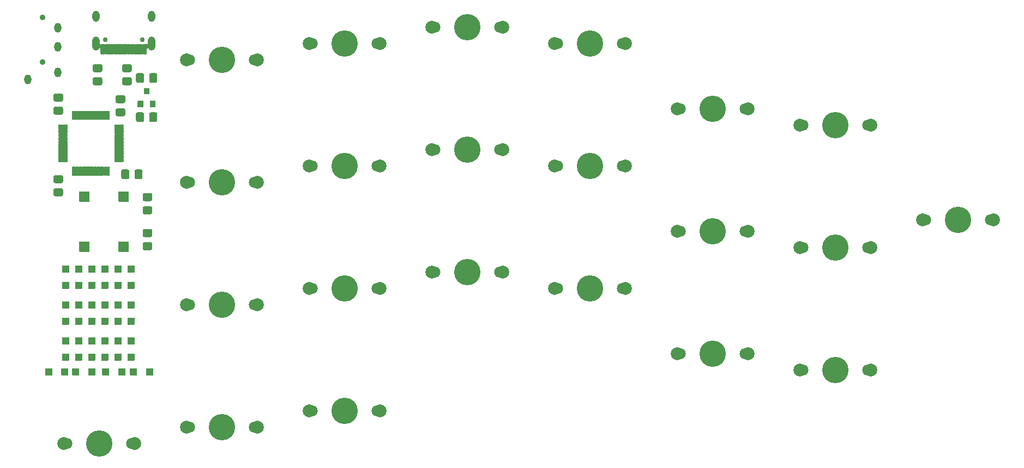
<source format=gts>
G04 #@! TF.GenerationSoftware,KiCad,Pcbnew,5.1.10*
G04 #@! TF.CreationDate,2021-06-22T11:56:20+03:00*
G04 #@! TF.ProjectId,right,72696768-742e-46b6-9963-61645f706362,rev?*
G04 #@! TF.SameCoordinates,Original*
G04 #@! TF.FileFunction,Soldermask,Top*
G04 #@! TF.FilePolarity,Negative*
%FSLAX46Y46*%
G04 Gerber Fmt 4.6, Leading zero omitted, Abs format (unit mm)*
G04 Created by KiCad (PCBNEW 5.1.10) date 2021-06-22 11:56:20*
%MOMM*%
%LPD*%
G01*
G04 APERTURE LIST*
%ADD10C,4.102000*%
%ADD11C,2.002000*%
%ADD12C,1.802000*%
%ADD13C,0.902000*%
%ADD14O,1.102000X1.502000*%
%ADD15O,1.102000X1.702000*%
%ADD16C,0.752000*%
%ADD17O,1.102000X2.202000*%
%ADD18C,0.100000*%
G04 APERTURE END LIST*
D10*
X131064000Y-129032000D03*
D11*
X125564000Y-129032000D03*
X136564000Y-129032000D03*
D12*
X136144000Y-129032000D03*
X125984000Y-129032000D03*
D10*
X112014000Y-74422000D03*
D11*
X106514000Y-74422000D03*
X117514000Y-74422000D03*
D12*
X117094000Y-74422000D03*
X106934000Y-74422000D03*
X87884000Y-134112000D03*
X98044000Y-134112000D03*
D11*
X98464000Y-134112000D03*
X87464000Y-134112000D03*
D10*
X92964000Y-134112000D03*
X207264000Y-84582000D03*
D11*
X201764000Y-84582000D03*
X212764000Y-84582000D03*
D12*
X212344000Y-84582000D03*
X202184000Y-84582000D03*
X202184000Y-103632000D03*
X212344000Y-103632000D03*
D11*
X212764000Y-103632000D03*
X201764000Y-103632000D03*
D10*
X207264000Y-103632000D03*
X207264000Y-122682000D03*
D11*
X201764000Y-122682000D03*
X212764000Y-122682000D03*
D12*
X212344000Y-122682000D03*
X202184000Y-122682000D03*
X164084000Y-71882000D03*
X174244000Y-71882000D03*
D11*
X174664000Y-71882000D03*
X163664000Y-71882000D03*
D10*
X169164000Y-71882000D03*
X112014000Y-93472000D03*
D11*
X106514000Y-93472000D03*
X117514000Y-93472000D03*
D12*
X117094000Y-93472000D03*
X106934000Y-93472000D03*
X164084000Y-90932000D03*
X174244000Y-90932000D03*
D11*
X174664000Y-90932000D03*
X163664000Y-90932000D03*
D10*
X169164000Y-90932000D03*
X169164000Y-109982000D03*
D11*
X163664000Y-109982000D03*
X174664000Y-109982000D03*
D12*
X174244000Y-109982000D03*
X164084000Y-109982000D03*
X221234000Y-99314000D03*
X231394000Y-99314000D03*
D11*
X231814000Y-99314000D03*
X220814000Y-99314000D03*
D10*
X226314000Y-99314000D03*
D12*
X106934000Y-112522000D03*
X117094000Y-112522000D03*
D11*
X117514000Y-112522000D03*
X106514000Y-112522000D03*
D10*
X112014000Y-112522000D03*
X188214000Y-82042000D03*
D11*
X182714000Y-82042000D03*
X193714000Y-82042000D03*
D12*
X193294000Y-82042000D03*
X183134000Y-82042000D03*
X183134000Y-101092000D03*
X193294000Y-101092000D03*
D11*
X193714000Y-101092000D03*
X182714000Y-101092000D03*
D10*
X188214000Y-101092000D03*
X188214000Y-120142000D03*
D11*
X182714000Y-120142000D03*
X193714000Y-120142000D03*
D12*
X193294000Y-120142000D03*
X183134000Y-120142000D03*
X145034000Y-69342000D03*
X155194000Y-69342000D03*
D11*
X155614000Y-69342000D03*
X144614000Y-69342000D03*
D10*
X150114000Y-69342000D03*
X150114000Y-88392000D03*
D11*
X144614000Y-88392000D03*
X155614000Y-88392000D03*
D12*
X155194000Y-88392000D03*
X145034000Y-88392000D03*
X145034000Y-107442000D03*
X155194000Y-107442000D03*
D11*
X155614000Y-107442000D03*
X144614000Y-107442000D03*
D10*
X150114000Y-107442000D03*
X131064000Y-71882000D03*
D11*
X125564000Y-71882000D03*
X136564000Y-71882000D03*
D12*
X136144000Y-71882000D03*
X125984000Y-71882000D03*
X125984000Y-90932000D03*
X136144000Y-90932000D03*
D11*
X136564000Y-90932000D03*
X125564000Y-90932000D03*
D10*
X131064000Y-90932000D03*
X131064000Y-109982000D03*
D11*
X125564000Y-109982000D03*
X136564000Y-109982000D03*
D12*
X136144000Y-109982000D03*
X125984000Y-109982000D03*
X106934000Y-131572000D03*
X117094000Y-131572000D03*
D11*
X117514000Y-131572000D03*
X106514000Y-131572000D03*
D10*
X112014000Y-131572000D03*
G36*
G01*
X91428000Y-96469000D02*
X89928000Y-96469000D01*
G75*
G02*
X89877000Y-96418000I0J51000D01*
G01*
X89877000Y-94918000D01*
G75*
G02*
X89928000Y-94867000I51000J0D01*
G01*
X91428000Y-94867000D01*
G75*
G02*
X91479000Y-94918000I0J-51000D01*
G01*
X91479000Y-96418000D01*
G75*
G02*
X91428000Y-96469000I-51000J0D01*
G01*
G37*
G36*
G01*
X91428000Y-104269000D02*
X89928000Y-104269000D01*
G75*
G02*
X89877000Y-104218000I0J51000D01*
G01*
X89877000Y-102718000D01*
G75*
G02*
X89928000Y-102667000I51000J0D01*
G01*
X91428000Y-102667000D01*
G75*
G02*
X91479000Y-102718000I0J-51000D01*
G01*
X91479000Y-104218000D01*
G75*
G02*
X91428000Y-104269000I-51000J0D01*
G01*
G37*
G36*
G01*
X96024000Y-94867000D02*
X97524000Y-94867000D01*
G75*
G02*
X97575000Y-94918000I0J-51000D01*
G01*
X97575000Y-96418000D01*
G75*
G02*
X97524000Y-96469000I-51000J0D01*
G01*
X96024000Y-96469000D01*
G75*
G02*
X95973000Y-96418000I0J51000D01*
G01*
X95973000Y-94918000D01*
G75*
G02*
X96024000Y-94867000I51000J0D01*
G01*
G37*
G36*
G01*
X96024000Y-102667000D02*
X97524000Y-102667000D01*
G75*
G02*
X97575000Y-102718000I0J-51000D01*
G01*
X97575000Y-104218000D01*
G75*
G02*
X97524000Y-104269000I-51000J0D01*
G01*
X96024000Y-104269000D01*
G75*
G02*
X95973000Y-104218000I0J51000D01*
G01*
X95973000Y-102718000D01*
G75*
G02*
X96024000Y-102667000I51000J0D01*
G01*
G37*
G36*
G01*
X99978172Y-100711000D02*
X100935828Y-100711000D01*
G75*
G02*
X101208000Y-100983172I0J-272172D01*
G01*
X101208000Y-101690828D01*
G75*
G02*
X100935828Y-101963000I-272172J0D01*
G01*
X99978172Y-101963000D01*
G75*
G02*
X99706000Y-101690828I0J272172D01*
G01*
X99706000Y-100983172D01*
G75*
G02*
X99978172Y-100711000I272172J0D01*
G01*
G37*
G36*
G01*
X99978172Y-102761000D02*
X100935828Y-102761000D01*
G75*
G02*
X101208000Y-103033172I0J-272172D01*
G01*
X101208000Y-103740828D01*
G75*
G02*
X100935828Y-104013000I-272172J0D01*
G01*
X99978172Y-104013000D01*
G75*
G02*
X99706000Y-103740828I0J272172D01*
G01*
X99706000Y-103033172D01*
G75*
G02*
X99978172Y-102761000I272172J0D01*
G01*
G37*
G36*
G01*
X86135172Y-81679000D02*
X87092828Y-81679000D01*
G75*
G02*
X87365000Y-81951172I0J-272172D01*
G01*
X87365000Y-82658828D01*
G75*
G02*
X87092828Y-82931000I-272172J0D01*
G01*
X86135172Y-82931000D01*
G75*
G02*
X85863000Y-82658828I0J272172D01*
G01*
X85863000Y-81951172D01*
G75*
G02*
X86135172Y-81679000I272172J0D01*
G01*
G37*
G36*
G01*
X86135172Y-79629000D02*
X87092828Y-79629000D01*
G75*
G02*
X87365000Y-79901172I0J-272172D01*
G01*
X87365000Y-80608828D01*
G75*
G02*
X87092828Y-80881000I-272172J0D01*
G01*
X86135172Y-80881000D01*
G75*
G02*
X85863000Y-80608828I0J272172D01*
G01*
X85863000Y-79901172D01*
G75*
G02*
X86135172Y-79629000I272172J0D01*
G01*
G37*
G36*
G01*
X96744828Y-83185000D02*
X95787172Y-83185000D01*
G75*
G02*
X95515000Y-82912828I0J272172D01*
G01*
X95515000Y-82205172D01*
G75*
G02*
X95787172Y-81933000I272172J0D01*
G01*
X96744828Y-81933000D01*
G75*
G02*
X97017000Y-82205172I0J-272172D01*
G01*
X97017000Y-82912828D01*
G75*
G02*
X96744828Y-83185000I-272172J0D01*
G01*
G37*
G36*
G01*
X96744828Y-81135000D02*
X95787172Y-81135000D01*
G75*
G02*
X95515000Y-80862828I0J272172D01*
G01*
X95515000Y-80155172D01*
G75*
G02*
X95787172Y-79883000I272172J0D01*
G01*
X96744828Y-79883000D01*
G75*
G02*
X97017000Y-80155172I0J-272172D01*
G01*
X97017000Y-80862828D01*
G75*
G02*
X96744828Y-81135000I-272172J0D01*
G01*
G37*
G36*
G01*
X98443000Y-92680828D02*
X98443000Y-91723172D01*
G75*
G02*
X98715172Y-91451000I272172J0D01*
G01*
X99422828Y-91451000D01*
G75*
G02*
X99695000Y-91723172I0J-272172D01*
G01*
X99695000Y-92680828D01*
G75*
G02*
X99422828Y-92953000I-272172J0D01*
G01*
X98715172Y-92953000D01*
G75*
G02*
X98443000Y-92680828I0J272172D01*
G01*
G37*
G36*
G01*
X96393000Y-92680828D02*
X96393000Y-91723172D01*
G75*
G02*
X96665172Y-91451000I272172J0D01*
G01*
X97372828Y-91451000D01*
G75*
G02*
X97645000Y-91723172I0J-272172D01*
G01*
X97645000Y-92680828D01*
G75*
G02*
X97372828Y-92953000I-272172J0D01*
G01*
X96665172Y-92953000D01*
G75*
G02*
X96393000Y-92680828I0J272172D01*
G01*
G37*
G36*
G01*
X86135172Y-92329000D02*
X87092828Y-92329000D01*
G75*
G02*
X87365000Y-92601172I0J-272172D01*
G01*
X87365000Y-93308828D01*
G75*
G02*
X87092828Y-93581000I-272172J0D01*
G01*
X86135172Y-93581000D01*
G75*
G02*
X85863000Y-93308828I0J272172D01*
G01*
X85863000Y-92601172D01*
G75*
G02*
X86135172Y-92329000I272172J0D01*
G01*
G37*
G36*
G01*
X86135172Y-94379000D02*
X87092828Y-94379000D01*
G75*
G02*
X87365000Y-94651172I0J-272172D01*
G01*
X87365000Y-95358828D01*
G75*
G02*
X87092828Y-95631000I-272172J0D01*
G01*
X86135172Y-95631000D01*
G75*
G02*
X85863000Y-95358828I0J272172D01*
G01*
X85863000Y-94651172D01*
G75*
G02*
X86135172Y-94379000I272172J0D01*
G01*
G37*
G36*
G01*
X100729000Y-83790828D02*
X100729000Y-82833172D01*
G75*
G02*
X101001172Y-82561000I272172J0D01*
G01*
X101708828Y-82561000D01*
G75*
G02*
X101981000Y-82833172I0J-272172D01*
G01*
X101981000Y-83790828D01*
G75*
G02*
X101708828Y-84063000I-272172J0D01*
G01*
X101001172Y-84063000D01*
G75*
G02*
X100729000Y-83790828I0J272172D01*
G01*
G37*
G36*
G01*
X98679000Y-83790828D02*
X98679000Y-82833172D01*
G75*
G02*
X98951172Y-82561000I272172J0D01*
G01*
X99658828Y-82561000D01*
G75*
G02*
X99931000Y-82833172I0J-272172D01*
G01*
X99931000Y-83790828D01*
G75*
G02*
X99658828Y-84063000I-272172J0D01*
G01*
X98951172Y-84063000D01*
G75*
G02*
X98679000Y-83790828I0J272172D01*
G01*
G37*
G36*
G01*
X98679000Y-77694828D02*
X98679000Y-76737172D01*
G75*
G02*
X98951172Y-76465000I272172J0D01*
G01*
X99658828Y-76465000D01*
G75*
G02*
X99931000Y-76737172I0J-272172D01*
G01*
X99931000Y-77694828D01*
G75*
G02*
X99658828Y-77967000I-272172J0D01*
G01*
X98951172Y-77967000D01*
G75*
G02*
X98679000Y-77694828I0J272172D01*
G01*
G37*
G36*
G01*
X100729000Y-77694828D02*
X100729000Y-76737172D01*
G75*
G02*
X101001172Y-76465000I272172J0D01*
G01*
X101708828Y-76465000D01*
G75*
G02*
X101981000Y-76737172I0J-272172D01*
G01*
X101981000Y-77694828D01*
G75*
G02*
X101708828Y-77967000I-272172J0D01*
G01*
X101001172Y-77967000D01*
G75*
G02*
X100729000Y-77694828I0J272172D01*
G01*
G37*
G36*
G01*
X85681000Y-122436000D02*
X85681000Y-123436000D01*
G75*
G02*
X85630000Y-123487000I-51000J0D01*
G01*
X84630000Y-123487000D01*
G75*
G02*
X84579000Y-123436000I0J51000D01*
G01*
X84579000Y-122436000D01*
G75*
G02*
X84630000Y-122385000I51000J0D01*
G01*
X85630000Y-122385000D01*
G75*
G02*
X85681000Y-122436000I0J-51000D01*
G01*
G37*
G36*
G01*
X88181000Y-122436000D02*
X88181000Y-123436000D01*
G75*
G02*
X88130000Y-123487000I-51000J0D01*
G01*
X87130000Y-123487000D01*
G75*
G02*
X87079000Y-123436000I0J51000D01*
G01*
X87079000Y-122436000D01*
G75*
G02*
X87130000Y-122385000I51000J0D01*
G01*
X88130000Y-122385000D01*
G75*
G02*
X88181000Y-122436000I0J-51000D01*
G01*
G37*
G36*
G01*
X87257000Y-111991000D02*
X88257000Y-111991000D01*
G75*
G02*
X88308000Y-112042000I0J-51000D01*
G01*
X88308000Y-113042000D01*
G75*
G02*
X88257000Y-113093000I-51000J0D01*
G01*
X87257000Y-113093000D01*
G75*
G02*
X87206000Y-113042000I0J51000D01*
G01*
X87206000Y-112042000D01*
G75*
G02*
X87257000Y-111991000I51000J0D01*
G01*
G37*
G36*
G01*
X87257000Y-114491000D02*
X88257000Y-114491000D01*
G75*
G02*
X88308000Y-114542000I0J-51000D01*
G01*
X88308000Y-115542000D01*
G75*
G02*
X88257000Y-115593000I-51000J0D01*
G01*
X87257000Y-115593000D01*
G75*
G02*
X87206000Y-115542000I0J51000D01*
G01*
X87206000Y-114542000D01*
G75*
G02*
X87257000Y-114491000I51000J0D01*
G01*
G37*
G36*
G01*
X87257000Y-108903000D02*
X88257000Y-108903000D01*
G75*
G02*
X88308000Y-108954000I0J-51000D01*
G01*
X88308000Y-109954000D01*
G75*
G02*
X88257000Y-110005000I-51000J0D01*
G01*
X87257000Y-110005000D01*
G75*
G02*
X87206000Y-109954000I0J51000D01*
G01*
X87206000Y-108954000D01*
G75*
G02*
X87257000Y-108903000I51000J0D01*
G01*
G37*
G36*
G01*
X87257000Y-106403000D02*
X88257000Y-106403000D01*
G75*
G02*
X88308000Y-106454000I0J-51000D01*
G01*
X88308000Y-107454000D01*
G75*
G02*
X88257000Y-107505000I-51000J0D01*
G01*
X87257000Y-107505000D01*
G75*
G02*
X87206000Y-107454000I0J51000D01*
G01*
X87206000Y-106454000D01*
G75*
G02*
X87257000Y-106403000I51000J0D01*
G01*
G37*
G36*
G01*
X101349000Y-122436000D02*
X101349000Y-123436000D01*
G75*
G02*
X101298000Y-123487000I-51000J0D01*
G01*
X100298000Y-123487000D01*
G75*
G02*
X100247000Y-123436000I0J51000D01*
G01*
X100247000Y-122436000D01*
G75*
G02*
X100298000Y-122385000I51000J0D01*
G01*
X101298000Y-122385000D01*
G75*
G02*
X101349000Y-122436000I0J-51000D01*
G01*
G37*
G36*
G01*
X98849000Y-122436000D02*
X98849000Y-123436000D01*
G75*
G02*
X98798000Y-123487000I-51000J0D01*
G01*
X97798000Y-123487000D01*
G75*
G02*
X97747000Y-123436000I0J51000D01*
G01*
X97747000Y-122436000D01*
G75*
G02*
X97798000Y-122385000I51000J0D01*
G01*
X98798000Y-122385000D01*
G75*
G02*
X98849000Y-122436000I0J-51000D01*
G01*
G37*
G36*
G01*
X93353000Y-120079000D02*
X94353000Y-120079000D01*
G75*
G02*
X94404000Y-120130000I0J-51000D01*
G01*
X94404000Y-121130000D01*
G75*
G02*
X94353000Y-121181000I-51000J0D01*
G01*
X93353000Y-121181000D01*
G75*
G02*
X93302000Y-121130000I0J51000D01*
G01*
X93302000Y-120130000D01*
G75*
G02*
X93353000Y-120079000I51000J0D01*
G01*
G37*
G36*
G01*
X93353000Y-117579000D02*
X94353000Y-117579000D01*
G75*
G02*
X94404000Y-117630000I0J-51000D01*
G01*
X94404000Y-118630000D01*
G75*
G02*
X94353000Y-118681000I-51000J0D01*
G01*
X93353000Y-118681000D01*
G75*
G02*
X93302000Y-118630000I0J51000D01*
G01*
X93302000Y-117630000D01*
G75*
G02*
X93353000Y-117579000I51000J0D01*
G01*
G37*
G36*
G01*
X93353000Y-111991000D02*
X94353000Y-111991000D01*
G75*
G02*
X94404000Y-112042000I0J-51000D01*
G01*
X94404000Y-113042000D01*
G75*
G02*
X94353000Y-113093000I-51000J0D01*
G01*
X93353000Y-113093000D01*
G75*
G02*
X93302000Y-113042000I0J51000D01*
G01*
X93302000Y-112042000D01*
G75*
G02*
X93353000Y-111991000I51000J0D01*
G01*
G37*
G36*
G01*
X93353000Y-114491000D02*
X94353000Y-114491000D01*
G75*
G02*
X94404000Y-114542000I0J-51000D01*
G01*
X94404000Y-115542000D01*
G75*
G02*
X94353000Y-115593000I-51000J0D01*
G01*
X93353000Y-115593000D01*
G75*
G02*
X93302000Y-115542000I0J51000D01*
G01*
X93302000Y-114542000D01*
G75*
G02*
X93353000Y-114491000I51000J0D01*
G01*
G37*
G36*
G01*
X93353000Y-108903000D02*
X94353000Y-108903000D01*
G75*
G02*
X94404000Y-108954000I0J-51000D01*
G01*
X94404000Y-109954000D01*
G75*
G02*
X94353000Y-110005000I-51000J0D01*
G01*
X93353000Y-110005000D01*
G75*
G02*
X93302000Y-109954000I0J51000D01*
G01*
X93302000Y-108954000D01*
G75*
G02*
X93353000Y-108903000I51000J0D01*
G01*
G37*
G36*
G01*
X93353000Y-106403000D02*
X94353000Y-106403000D01*
G75*
G02*
X94404000Y-106454000I0J-51000D01*
G01*
X94404000Y-107454000D01*
G75*
G02*
X94353000Y-107505000I-51000J0D01*
G01*
X93353000Y-107505000D01*
G75*
G02*
X93302000Y-107454000I0J51000D01*
G01*
X93302000Y-106454000D01*
G75*
G02*
X93353000Y-106403000I51000J0D01*
G01*
G37*
G36*
G01*
X97417000Y-117579000D02*
X98417000Y-117579000D01*
G75*
G02*
X98468000Y-117630000I0J-51000D01*
G01*
X98468000Y-118630000D01*
G75*
G02*
X98417000Y-118681000I-51000J0D01*
G01*
X97417000Y-118681000D01*
G75*
G02*
X97366000Y-118630000I0J51000D01*
G01*
X97366000Y-117630000D01*
G75*
G02*
X97417000Y-117579000I51000J0D01*
G01*
G37*
G36*
G01*
X97417000Y-120079000D02*
X98417000Y-120079000D01*
G75*
G02*
X98468000Y-120130000I0J-51000D01*
G01*
X98468000Y-121130000D01*
G75*
G02*
X98417000Y-121181000I-51000J0D01*
G01*
X97417000Y-121181000D01*
G75*
G02*
X97366000Y-121130000I0J51000D01*
G01*
X97366000Y-120130000D01*
G75*
G02*
X97417000Y-120079000I51000J0D01*
G01*
G37*
G36*
G01*
X97417000Y-114491000D02*
X98417000Y-114491000D01*
G75*
G02*
X98468000Y-114542000I0J-51000D01*
G01*
X98468000Y-115542000D01*
G75*
G02*
X98417000Y-115593000I-51000J0D01*
G01*
X97417000Y-115593000D01*
G75*
G02*
X97366000Y-115542000I0J51000D01*
G01*
X97366000Y-114542000D01*
G75*
G02*
X97417000Y-114491000I51000J0D01*
G01*
G37*
G36*
G01*
X97417000Y-111991000D02*
X98417000Y-111991000D01*
G75*
G02*
X98468000Y-112042000I0J-51000D01*
G01*
X98468000Y-113042000D01*
G75*
G02*
X98417000Y-113093000I-51000J0D01*
G01*
X97417000Y-113093000D01*
G75*
G02*
X97366000Y-113042000I0J51000D01*
G01*
X97366000Y-112042000D01*
G75*
G02*
X97417000Y-111991000I51000J0D01*
G01*
G37*
G36*
G01*
X97417000Y-106403000D02*
X98417000Y-106403000D01*
G75*
G02*
X98468000Y-106454000I0J-51000D01*
G01*
X98468000Y-107454000D01*
G75*
G02*
X98417000Y-107505000I-51000J0D01*
G01*
X97417000Y-107505000D01*
G75*
G02*
X97366000Y-107454000I0J51000D01*
G01*
X97366000Y-106454000D01*
G75*
G02*
X97417000Y-106403000I51000J0D01*
G01*
G37*
G36*
G01*
X97417000Y-108903000D02*
X98417000Y-108903000D01*
G75*
G02*
X98468000Y-108954000I0J-51000D01*
G01*
X98468000Y-109954000D01*
G75*
G02*
X98417000Y-110005000I-51000J0D01*
G01*
X97417000Y-110005000D01*
G75*
G02*
X97366000Y-109954000I0J51000D01*
G01*
X97366000Y-108954000D01*
G75*
G02*
X97417000Y-108903000I51000J0D01*
G01*
G37*
G36*
G01*
X87257000Y-120079000D02*
X88257000Y-120079000D01*
G75*
G02*
X88308000Y-120130000I0J-51000D01*
G01*
X88308000Y-121130000D01*
G75*
G02*
X88257000Y-121181000I-51000J0D01*
G01*
X87257000Y-121181000D01*
G75*
G02*
X87206000Y-121130000I0J51000D01*
G01*
X87206000Y-120130000D01*
G75*
G02*
X87257000Y-120079000I51000J0D01*
G01*
G37*
G36*
G01*
X87257000Y-117579000D02*
X88257000Y-117579000D01*
G75*
G02*
X88308000Y-117630000I0J-51000D01*
G01*
X88308000Y-118630000D01*
G75*
G02*
X88257000Y-118681000I-51000J0D01*
G01*
X87257000Y-118681000D01*
G75*
G02*
X87206000Y-118630000I0J51000D01*
G01*
X87206000Y-117630000D01*
G75*
G02*
X87257000Y-117579000I51000J0D01*
G01*
G37*
G36*
G01*
X95385000Y-111991000D02*
X96385000Y-111991000D01*
G75*
G02*
X96436000Y-112042000I0J-51000D01*
G01*
X96436000Y-113042000D01*
G75*
G02*
X96385000Y-113093000I-51000J0D01*
G01*
X95385000Y-113093000D01*
G75*
G02*
X95334000Y-113042000I0J51000D01*
G01*
X95334000Y-112042000D01*
G75*
G02*
X95385000Y-111991000I51000J0D01*
G01*
G37*
G36*
G01*
X95385000Y-114491000D02*
X96385000Y-114491000D01*
G75*
G02*
X96436000Y-114542000I0J-51000D01*
G01*
X96436000Y-115542000D01*
G75*
G02*
X96385000Y-115593000I-51000J0D01*
G01*
X95385000Y-115593000D01*
G75*
G02*
X95334000Y-115542000I0J51000D01*
G01*
X95334000Y-114542000D01*
G75*
G02*
X95385000Y-114491000I51000J0D01*
G01*
G37*
G36*
G01*
X89872000Y-122436000D02*
X89872000Y-123436000D01*
G75*
G02*
X89821000Y-123487000I-51000J0D01*
G01*
X88821000Y-123487000D01*
G75*
G02*
X88770000Y-123436000I0J51000D01*
G01*
X88770000Y-122436000D01*
G75*
G02*
X88821000Y-122385000I51000J0D01*
G01*
X89821000Y-122385000D01*
G75*
G02*
X89872000Y-122436000I0J-51000D01*
G01*
G37*
G36*
G01*
X92372000Y-122436000D02*
X92372000Y-123436000D01*
G75*
G02*
X92321000Y-123487000I-51000J0D01*
G01*
X91321000Y-123487000D01*
G75*
G02*
X91270000Y-123436000I0J51000D01*
G01*
X91270000Y-122436000D01*
G75*
G02*
X91321000Y-122385000I51000J0D01*
G01*
X92321000Y-122385000D01*
G75*
G02*
X92372000Y-122436000I0J-51000D01*
G01*
G37*
G36*
G01*
X89289000Y-111991000D02*
X90289000Y-111991000D01*
G75*
G02*
X90340000Y-112042000I0J-51000D01*
G01*
X90340000Y-113042000D01*
G75*
G02*
X90289000Y-113093000I-51000J0D01*
G01*
X89289000Y-113093000D01*
G75*
G02*
X89238000Y-113042000I0J51000D01*
G01*
X89238000Y-112042000D01*
G75*
G02*
X89289000Y-111991000I51000J0D01*
G01*
G37*
G36*
G01*
X89289000Y-114491000D02*
X90289000Y-114491000D01*
G75*
G02*
X90340000Y-114542000I0J-51000D01*
G01*
X90340000Y-115542000D01*
G75*
G02*
X90289000Y-115593000I-51000J0D01*
G01*
X89289000Y-115593000D01*
G75*
G02*
X89238000Y-115542000I0J51000D01*
G01*
X89238000Y-114542000D01*
G75*
G02*
X89289000Y-114491000I51000J0D01*
G01*
G37*
G36*
G01*
X89289000Y-108903000D02*
X90289000Y-108903000D01*
G75*
G02*
X90340000Y-108954000I0J-51000D01*
G01*
X90340000Y-109954000D01*
G75*
G02*
X90289000Y-110005000I-51000J0D01*
G01*
X89289000Y-110005000D01*
G75*
G02*
X89238000Y-109954000I0J51000D01*
G01*
X89238000Y-108954000D01*
G75*
G02*
X89289000Y-108903000I51000J0D01*
G01*
G37*
G36*
G01*
X89289000Y-106403000D02*
X90289000Y-106403000D01*
G75*
G02*
X90340000Y-106454000I0J-51000D01*
G01*
X90340000Y-107454000D01*
G75*
G02*
X90289000Y-107505000I-51000J0D01*
G01*
X89289000Y-107505000D01*
G75*
G02*
X89238000Y-107454000I0J51000D01*
G01*
X89238000Y-106454000D01*
G75*
G02*
X89289000Y-106403000I51000J0D01*
G01*
G37*
G36*
G01*
X97031000Y-122436000D02*
X97031000Y-123436000D01*
G75*
G02*
X96980000Y-123487000I-51000J0D01*
G01*
X95980000Y-123487000D01*
G75*
G02*
X95929000Y-123436000I0J51000D01*
G01*
X95929000Y-122436000D01*
G75*
G02*
X95980000Y-122385000I51000J0D01*
G01*
X96980000Y-122385000D01*
G75*
G02*
X97031000Y-122436000I0J-51000D01*
G01*
G37*
G36*
G01*
X94531000Y-122436000D02*
X94531000Y-123436000D01*
G75*
G02*
X94480000Y-123487000I-51000J0D01*
G01*
X93480000Y-123487000D01*
G75*
G02*
X93429000Y-123436000I0J51000D01*
G01*
X93429000Y-122436000D01*
G75*
G02*
X93480000Y-122385000I51000J0D01*
G01*
X94480000Y-122385000D01*
G75*
G02*
X94531000Y-122436000I0J-51000D01*
G01*
G37*
G36*
G01*
X91321000Y-120079000D02*
X92321000Y-120079000D01*
G75*
G02*
X92372000Y-120130000I0J-51000D01*
G01*
X92372000Y-121130000D01*
G75*
G02*
X92321000Y-121181000I-51000J0D01*
G01*
X91321000Y-121181000D01*
G75*
G02*
X91270000Y-121130000I0J51000D01*
G01*
X91270000Y-120130000D01*
G75*
G02*
X91321000Y-120079000I51000J0D01*
G01*
G37*
G36*
G01*
X91321000Y-117579000D02*
X92321000Y-117579000D01*
G75*
G02*
X92372000Y-117630000I0J-51000D01*
G01*
X92372000Y-118630000D01*
G75*
G02*
X92321000Y-118681000I-51000J0D01*
G01*
X91321000Y-118681000D01*
G75*
G02*
X91270000Y-118630000I0J51000D01*
G01*
X91270000Y-117630000D01*
G75*
G02*
X91321000Y-117579000I51000J0D01*
G01*
G37*
G36*
G01*
X91321000Y-111991000D02*
X92321000Y-111991000D01*
G75*
G02*
X92372000Y-112042000I0J-51000D01*
G01*
X92372000Y-113042000D01*
G75*
G02*
X92321000Y-113093000I-51000J0D01*
G01*
X91321000Y-113093000D01*
G75*
G02*
X91270000Y-113042000I0J51000D01*
G01*
X91270000Y-112042000D01*
G75*
G02*
X91321000Y-111991000I51000J0D01*
G01*
G37*
G36*
G01*
X91321000Y-114491000D02*
X92321000Y-114491000D01*
G75*
G02*
X92372000Y-114542000I0J-51000D01*
G01*
X92372000Y-115542000D01*
G75*
G02*
X92321000Y-115593000I-51000J0D01*
G01*
X91321000Y-115593000D01*
G75*
G02*
X91270000Y-115542000I0J51000D01*
G01*
X91270000Y-114542000D01*
G75*
G02*
X91321000Y-114491000I51000J0D01*
G01*
G37*
G36*
G01*
X91321000Y-108903000D02*
X92321000Y-108903000D01*
G75*
G02*
X92372000Y-108954000I0J-51000D01*
G01*
X92372000Y-109954000D01*
G75*
G02*
X92321000Y-110005000I-51000J0D01*
G01*
X91321000Y-110005000D01*
G75*
G02*
X91270000Y-109954000I0J51000D01*
G01*
X91270000Y-108954000D01*
G75*
G02*
X91321000Y-108903000I51000J0D01*
G01*
G37*
G36*
G01*
X91321000Y-106403000D02*
X92321000Y-106403000D01*
G75*
G02*
X92372000Y-106454000I0J-51000D01*
G01*
X92372000Y-107454000D01*
G75*
G02*
X92321000Y-107505000I-51000J0D01*
G01*
X91321000Y-107505000D01*
G75*
G02*
X91270000Y-107454000I0J51000D01*
G01*
X91270000Y-106454000D01*
G75*
G02*
X91321000Y-106403000I51000J0D01*
G01*
G37*
G36*
G01*
X95385000Y-117579000D02*
X96385000Y-117579000D01*
G75*
G02*
X96436000Y-117630000I0J-51000D01*
G01*
X96436000Y-118630000D01*
G75*
G02*
X96385000Y-118681000I-51000J0D01*
G01*
X95385000Y-118681000D01*
G75*
G02*
X95334000Y-118630000I0J51000D01*
G01*
X95334000Y-117630000D01*
G75*
G02*
X95385000Y-117579000I51000J0D01*
G01*
G37*
G36*
G01*
X95385000Y-120079000D02*
X96385000Y-120079000D01*
G75*
G02*
X96436000Y-120130000I0J-51000D01*
G01*
X96436000Y-121130000D01*
G75*
G02*
X96385000Y-121181000I-51000J0D01*
G01*
X95385000Y-121181000D01*
G75*
G02*
X95334000Y-121130000I0J51000D01*
G01*
X95334000Y-120130000D01*
G75*
G02*
X95385000Y-120079000I51000J0D01*
G01*
G37*
G36*
G01*
X95385000Y-108903000D02*
X96385000Y-108903000D01*
G75*
G02*
X96436000Y-108954000I0J-51000D01*
G01*
X96436000Y-109954000D01*
G75*
G02*
X96385000Y-110005000I-51000J0D01*
G01*
X95385000Y-110005000D01*
G75*
G02*
X95334000Y-109954000I0J51000D01*
G01*
X95334000Y-108954000D01*
G75*
G02*
X95385000Y-108903000I51000J0D01*
G01*
G37*
G36*
G01*
X95385000Y-106403000D02*
X96385000Y-106403000D01*
G75*
G02*
X96436000Y-106454000I0J-51000D01*
G01*
X96436000Y-107454000D01*
G75*
G02*
X96385000Y-107505000I-51000J0D01*
G01*
X95385000Y-107505000D01*
G75*
G02*
X95334000Y-107454000I0J51000D01*
G01*
X95334000Y-106454000D01*
G75*
G02*
X95385000Y-106403000I51000J0D01*
G01*
G37*
G36*
G01*
X89289000Y-117579000D02*
X90289000Y-117579000D01*
G75*
G02*
X90340000Y-117630000I0J-51000D01*
G01*
X90340000Y-118630000D01*
G75*
G02*
X90289000Y-118681000I-51000J0D01*
G01*
X89289000Y-118681000D01*
G75*
G02*
X89238000Y-118630000I0J51000D01*
G01*
X89238000Y-117630000D01*
G75*
G02*
X89289000Y-117579000I51000J0D01*
G01*
G37*
G36*
G01*
X89289000Y-120079000D02*
X90289000Y-120079000D01*
G75*
G02*
X90340000Y-120130000I0J-51000D01*
G01*
X90340000Y-121130000D01*
G75*
G02*
X90289000Y-121181000I-51000J0D01*
G01*
X89289000Y-121181000D01*
G75*
G02*
X89238000Y-121130000I0J51000D01*
G01*
X89238000Y-120130000D01*
G75*
G02*
X89289000Y-120079000I51000J0D01*
G01*
G37*
G36*
G01*
X89069000Y-92427000D02*
X88819000Y-92427000D01*
G75*
G02*
X88768000Y-92376000I0J51000D01*
G01*
X88768000Y-91076000D01*
G75*
G02*
X88819000Y-91025000I51000J0D01*
G01*
X89069000Y-91025000D01*
G75*
G02*
X89120000Y-91076000I0J-51000D01*
G01*
X89120000Y-92376000D01*
G75*
G02*
X89069000Y-92427000I-51000J0D01*
G01*
G37*
G36*
G01*
X89569000Y-92427000D02*
X89319000Y-92427000D01*
G75*
G02*
X89268000Y-92376000I0J51000D01*
G01*
X89268000Y-91076000D01*
G75*
G02*
X89319000Y-91025000I51000J0D01*
G01*
X89569000Y-91025000D01*
G75*
G02*
X89620000Y-91076000I0J-51000D01*
G01*
X89620000Y-92376000D01*
G75*
G02*
X89569000Y-92427000I-51000J0D01*
G01*
G37*
G36*
G01*
X90069000Y-92427000D02*
X89819000Y-92427000D01*
G75*
G02*
X89768000Y-92376000I0J51000D01*
G01*
X89768000Y-91076000D01*
G75*
G02*
X89819000Y-91025000I51000J0D01*
G01*
X90069000Y-91025000D01*
G75*
G02*
X90120000Y-91076000I0J-51000D01*
G01*
X90120000Y-92376000D01*
G75*
G02*
X90069000Y-92427000I-51000J0D01*
G01*
G37*
G36*
G01*
X90569000Y-92427000D02*
X90319000Y-92427000D01*
G75*
G02*
X90268000Y-92376000I0J51000D01*
G01*
X90268000Y-91076000D01*
G75*
G02*
X90319000Y-91025000I51000J0D01*
G01*
X90569000Y-91025000D01*
G75*
G02*
X90620000Y-91076000I0J-51000D01*
G01*
X90620000Y-92376000D01*
G75*
G02*
X90569000Y-92427000I-51000J0D01*
G01*
G37*
G36*
G01*
X91069000Y-92427000D02*
X90819000Y-92427000D01*
G75*
G02*
X90768000Y-92376000I0J51000D01*
G01*
X90768000Y-91076000D01*
G75*
G02*
X90819000Y-91025000I51000J0D01*
G01*
X91069000Y-91025000D01*
G75*
G02*
X91120000Y-91076000I0J-51000D01*
G01*
X91120000Y-92376000D01*
G75*
G02*
X91069000Y-92427000I-51000J0D01*
G01*
G37*
G36*
G01*
X91569000Y-92427000D02*
X91319000Y-92427000D01*
G75*
G02*
X91268000Y-92376000I0J51000D01*
G01*
X91268000Y-91076000D01*
G75*
G02*
X91319000Y-91025000I51000J0D01*
G01*
X91569000Y-91025000D01*
G75*
G02*
X91620000Y-91076000I0J-51000D01*
G01*
X91620000Y-92376000D01*
G75*
G02*
X91569000Y-92427000I-51000J0D01*
G01*
G37*
G36*
G01*
X92069000Y-92427000D02*
X91819000Y-92427000D01*
G75*
G02*
X91768000Y-92376000I0J51000D01*
G01*
X91768000Y-91076000D01*
G75*
G02*
X91819000Y-91025000I51000J0D01*
G01*
X92069000Y-91025000D01*
G75*
G02*
X92120000Y-91076000I0J-51000D01*
G01*
X92120000Y-92376000D01*
G75*
G02*
X92069000Y-92427000I-51000J0D01*
G01*
G37*
G36*
G01*
X92569000Y-92427000D02*
X92319000Y-92427000D01*
G75*
G02*
X92268000Y-92376000I0J51000D01*
G01*
X92268000Y-91076000D01*
G75*
G02*
X92319000Y-91025000I51000J0D01*
G01*
X92569000Y-91025000D01*
G75*
G02*
X92620000Y-91076000I0J-51000D01*
G01*
X92620000Y-92376000D01*
G75*
G02*
X92569000Y-92427000I-51000J0D01*
G01*
G37*
G36*
G01*
X93069000Y-92427000D02*
X92819000Y-92427000D01*
G75*
G02*
X92768000Y-92376000I0J51000D01*
G01*
X92768000Y-91076000D01*
G75*
G02*
X92819000Y-91025000I51000J0D01*
G01*
X93069000Y-91025000D01*
G75*
G02*
X93120000Y-91076000I0J-51000D01*
G01*
X93120000Y-92376000D01*
G75*
G02*
X93069000Y-92427000I-51000J0D01*
G01*
G37*
G36*
G01*
X93569000Y-92427000D02*
X93319000Y-92427000D01*
G75*
G02*
X93268000Y-92376000I0J51000D01*
G01*
X93268000Y-91076000D01*
G75*
G02*
X93319000Y-91025000I51000J0D01*
G01*
X93569000Y-91025000D01*
G75*
G02*
X93620000Y-91076000I0J-51000D01*
G01*
X93620000Y-92376000D01*
G75*
G02*
X93569000Y-92427000I-51000J0D01*
G01*
G37*
G36*
G01*
X94069000Y-92427000D02*
X93819000Y-92427000D01*
G75*
G02*
X93768000Y-92376000I0J51000D01*
G01*
X93768000Y-91076000D01*
G75*
G02*
X93819000Y-91025000I51000J0D01*
G01*
X94069000Y-91025000D01*
G75*
G02*
X94120000Y-91076000I0J-51000D01*
G01*
X94120000Y-92376000D01*
G75*
G02*
X94069000Y-92427000I-51000J0D01*
G01*
G37*
G36*
G01*
X94569000Y-92427000D02*
X94319000Y-92427000D01*
G75*
G02*
X94268000Y-92376000I0J51000D01*
G01*
X94268000Y-91076000D01*
G75*
G02*
X94319000Y-91025000I51000J0D01*
G01*
X94569000Y-91025000D01*
G75*
G02*
X94620000Y-91076000I0J-51000D01*
G01*
X94620000Y-92376000D01*
G75*
G02*
X94569000Y-92427000I-51000J0D01*
G01*
G37*
G36*
G01*
X96745000Y-90001000D02*
X96745000Y-90251000D01*
G75*
G02*
X96694000Y-90302000I-51000J0D01*
G01*
X95394000Y-90302000D01*
G75*
G02*
X95343000Y-90251000I0J51000D01*
G01*
X95343000Y-90001000D01*
G75*
G02*
X95394000Y-89950000I51000J0D01*
G01*
X96694000Y-89950000D01*
G75*
G02*
X96745000Y-90001000I0J-51000D01*
G01*
G37*
G36*
G01*
X96745000Y-89501000D02*
X96745000Y-89751000D01*
G75*
G02*
X96694000Y-89802000I-51000J0D01*
G01*
X95394000Y-89802000D01*
G75*
G02*
X95343000Y-89751000I0J51000D01*
G01*
X95343000Y-89501000D01*
G75*
G02*
X95394000Y-89450000I51000J0D01*
G01*
X96694000Y-89450000D01*
G75*
G02*
X96745000Y-89501000I0J-51000D01*
G01*
G37*
G36*
G01*
X96745000Y-89001000D02*
X96745000Y-89251000D01*
G75*
G02*
X96694000Y-89302000I-51000J0D01*
G01*
X95394000Y-89302000D01*
G75*
G02*
X95343000Y-89251000I0J51000D01*
G01*
X95343000Y-89001000D01*
G75*
G02*
X95394000Y-88950000I51000J0D01*
G01*
X96694000Y-88950000D01*
G75*
G02*
X96745000Y-89001000I0J-51000D01*
G01*
G37*
G36*
G01*
X96745000Y-88501000D02*
X96745000Y-88751000D01*
G75*
G02*
X96694000Y-88802000I-51000J0D01*
G01*
X95394000Y-88802000D01*
G75*
G02*
X95343000Y-88751000I0J51000D01*
G01*
X95343000Y-88501000D01*
G75*
G02*
X95394000Y-88450000I51000J0D01*
G01*
X96694000Y-88450000D01*
G75*
G02*
X96745000Y-88501000I0J-51000D01*
G01*
G37*
G36*
G01*
X96745000Y-88001000D02*
X96745000Y-88251000D01*
G75*
G02*
X96694000Y-88302000I-51000J0D01*
G01*
X95394000Y-88302000D01*
G75*
G02*
X95343000Y-88251000I0J51000D01*
G01*
X95343000Y-88001000D01*
G75*
G02*
X95394000Y-87950000I51000J0D01*
G01*
X96694000Y-87950000D01*
G75*
G02*
X96745000Y-88001000I0J-51000D01*
G01*
G37*
G36*
G01*
X96745000Y-87501000D02*
X96745000Y-87751000D01*
G75*
G02*
X96694000Y-87802000I-51000J0D01*
G01*
X95394000Y-87802000D01*
G75*
G02*
X95343000Y-87751000I0J51000D01*
G01*
X95343000Y-87501000D01*
G75*
G02*
X95394000Y-87450000I51000J0D01*
G01*
X96694000Y-87450000D01*
G75*
G02*
X96745000Y-87501000I0J-51000D01*
G01*
G37*
G36*
G01*
X96745000Y-87001000D02*
X96745000Y-87251000D01*
G75*
G02*
X96694000Y-87302000I-51000J0D01*
G01*
X95394000Y-87302000D01*
G75*
G02*
X95343000Y-87251000I0J51000D01*
G01*
X95343000Y-87001000D01*
G75*
G02*
X95394000Y-86950000I51000J0D01*
G01*
X96694000Y-86950000D01*
G75*
G02*
X96745000Y-87001000I0J-51000D01*
G01*
G37*
G36*
G01*
X96745000Y-86501000D02*
X96745000Y-86751000D01*
G75*
G02*
X96694000Y-86802000I-51000J0D01*
G01*
X95394000Y-86802000D01*
G75*
G02*
X95343000Y-86751000I0J51000D01*
G01*
X95343000Y-86501000D01*
G75*
G02*
X95394000Y-86450000I51000J0D01*
G01*
X96694000Y-86450000D01*
G75*
G02*
X96745000Y-86501000I0J-51000D01*
G01*
G37*
G36*
G01*
X96745000Y-86001000D02*
X96745000Y-86251000D01*
G75*
G02*
X96694000Y-86302000I-51000J0D01*
G01*
X95394000Y-86302000D01*
G75*
G02*
X95343000Y-86251000I0J51000D01*
G01*
X95343000Y-86001000D01*
G75*
G02*
X95394000Y-85950000I51000J0D01*
G01*
X96694000Y-85950000D01*
G75*
G02*
X96745000Y-86001000I0J-51000D01*
G01*
G37*
G36*
G01*
X96745000Y-85501000D02*
X96745000Y-85751000D01*
G75*
G02*
X96694000Y-85802000I-51000J0D01*
G01*
X95394000Y-85802000D01*
G75*
G02*
X95343000Y-85751000I0J51000D01*
G01*
X95343000Y-85501000D01*
G75*
G02*
X95394000Y-85450000I51000J0D01*
G01*
X96694000Y-85450000D01*
G75*
G02*
X96745000Y-85501000I0J-51000D01*
G01*
G37*
G36*
G01*
X96745000Y-85001000D02*
X96745000Y-85251000D01*
G75*
G02*
X96694000Y-85302000I-51000J0D01*
G01*
X95394000Y-85302000D01*
G75*
G02*
X95343000Y-85251000I0J51000D01*
G01*
X95343000Y-85001000D01*
G75*
G02*
X95394000Y-84950000I51000J0D01*
G01*
X96694000Y-84950000D01*
G75*
G02*
X96745000Y-85001000I0J-51000D01*
G01*
G37*
G36*
G01*
X96745000Y-84501000D02*
X96745000Y-84751000D01*
G75*
G02*
X96694000Y-84802000I-51000J0D01*
G01*
X95394000Y-84802000D01*
G75*
G02*
X95343000Y-84751000I0J51000D01*
G01*
X95343000Y-84501000D01*
G75*
G02*
X95394000Y-84450000I51000J0D01*
G01*
X96694000Y-84450000D01*
G75*
G02*
X96745000Y-84501000I0J-51000D01*
G01*
G37*
G36*
G01*
X94569000Y-83727000D02*
X94319000Y-83727000D01*
G75*
G02*
X94268000Y-83676000I0J51000D01*
G01*
X94268000Y-82376000D01*
G75*
G02*
X94319000Y-82325000I51000J0D01*
G01*
X94569000Y-82325000D01*
G75*
G02*
X94620000Y-82376000I0J-51000D01*
G01*
X94620000Y-83676000D01*
G75*
G02*
X94569000Y-83727000I-51000J0D01*
G01*
G37*
G36*
G01*
X94069000Y-83727000D02*
X93819000Y-83727000D01*
G75*
G02*
X93768000Y-83676000I0J51000D01*
G01*
X93768000Y-82376000D01*
G75*
G02*
X93819000Y-82325000I51000J0D01*
G01*
X94069000Y-82325000D01*
G75*
G02*
X94120000Y-82376000I0J-51000D01*
G01*
X94120000Y-83676000D01*
G75*
G02*
X94069000Y-83727000I-51000J0D01*
G01*
G37*
G36*
G01*
X93569000Y-83727000D02*
X93319000Y-83727000D01*
G75*
G02*
X93268000Y-83676000I0J51000D01*
G01*
X93268000Y-82376000D01*
G75*
G02*
X93319000Y-82325000I51000J0D01*
G01*
X93569000Y-82325000D01*
G75*
G02*
X93620000Y-82376000I0J-51000D01*
G01*
X93620000Y-83676000D01*
G75*
G02*
X93569000Y-83727000I-51000J0D01*
G01*
G37*
G36*
G01*
X93069000Y-83727000D02*
X92819000Y-83727000D01*
G75*
G02*
X92768000Y-83676000I0J51000D01*
G01*
X92768000Y-82376000D01*
G75*
G02*
X92819000Y-82325000I51000J0D01*
G01*
X93069000Y-82325000D01*
G75*
G02*
X93120000Y-82376000I0J-51000D01*
G01*
X93120000Y-83676000D01*
G75*
G02*
X93069000Y-83727000I-51000J0D01*
G01*
G37*
G36*
G01*
X92569000Y-83727000D02*
X92319000Y-83727000D01*
G75*
G02*
X92268000Y-83676000I0J51000D01*
G01*
X92268000Y-82376000D01*
G75*
G02*
X92319000Y-82325000I51000J0D01*
G01*
X92569000Y-82325000D01*
G75*
G02*
X92620000Y-82376000I0J-51000D01*
G01*
X92620000Y-83676000D01*
G75*
G02*
X92569000Y-83727000I-51000J0D01*
G01*
G37*
G36*
G01*
X92069000Y-83727000D02*
X91819000Y-83727000D01*
G75*
G02*
X91768000Y-83676000I0J51000D01*
G01*
X91768000Y-82376000D01*
G75*
G02*
X91819000Y-82325000I51000J0D01*
G01*
X92069000Y-82325000D01*
G75*
G02*
X92120000Y-82376000I0J-51000D01*
G01*
X92120000Y-83676000D01*
G75*
G02*
X92069000Y-83727000I-51000J0D01*
G01*
G37*
G36*
G01*
X91569000Y-83727000D02*
X91319000Y-83727000D01*
G75*
G02*
X91268000Y-83676000I0J51000D01*
G01*
X91268000Y-82376000D01*
G75*
G02*
X91319000Y-82325000I51000J0D01*
G01*
X91569000Y-82325000D01*
G75*
G02*
X91620000Y-82376000I0J-51000D01*
G01*
X91620000Y-83676000D01*
G75*
G02*
X91569000Y-83727000I-51000J0D01*
G01*
G37*
G36*
G01*
X91069000Y-83727000D02*
X90819000Y-83727000D01*
G75*
G02*
X90768000Y-83676000I0J51000D01*
G01*
X90768000Y-82376000D01*
G75*
G02*
X90819000Y-82325000I51000J0D01*
G01*
X91069000Y-82325000D01*
G75*
G02*
X91120000Y-82376000I0J-51000D01*
G01*
X91120000Y-83676000D01*
G75*
G02*
X91069000Y-83727000I-51000J0D01*
G01*
G37*
G36*
G01*
X90569000Y-83727000D02*
X90319000Y-83727000D01*
G75*
G02*
X90268000Y-83676000I0J51000D01*
G01*
X90268000Y-82376000D01*
G75*
G02*
X90319000Y-82325000I51000J0D01*
G01*
X90569000Y-82325000D01*
G75*
G02*
X90620000Y-82376000I0J-51000D01*
G01*
X90620000Y-83676000D01*
G75*
G02*
X90569000Y-83727000I-51000J0D01*
G01*
G37*
G36*
G01*
X90069000Y-83727000D02*
X89819000Y-83727000D01*
G75*
G02*
X89768000Y-83676000I0J51000D01*
G01*
X89768000Y-82376000D01*
G75*
G02*
X89819000Y-82325000I51000J0D01*
G01*
X90069000Y-82325000D01*
G75*
G02*
X90120000Y-82376000I0J-51000D01*
G01*
X90120000Y-83676000D01*
G75*
G02*
X90069000Y-83727000I-51000J0D01*
G01*
G37*
G36*
G01*
X89569000Y-83727000D02*
X89319000Y-83727000D01*
G75*
G02*
X89268000Y-83676000I0J51000D01*
G01*
X89268000Y-82376000D01*
G75*
G02*
X89319000Y-82325000I51000J0D01*
G01*
X89569000Y-82325000D01*
G75*
G02*
X89620000Y-82376000I0J-51000D01*
G01*
X89620000Y-83676000D01*
G75*
G02*
X89569000Y-83727000I-51000J0D01*
G01*
G37*
G36*
G01*
X89069000Y-83727000D02*
X88819000Y-83727000D01*
G75*
G02*
X88768000Y-83676000I0J51000D01*
G01*
X88768000Y-82376000D01*
G75*
G02*
X88819000Y-82325000I51000J0D01*
G01*
X89069000Y-82325000D01*
G75*
G02*
X89120000Y-82376000I0J-51000D01*
G01*
X89120000Y-83676000D01*
G75*
G02*
X89069000Y-83727000I-51000J0D01*
G01*
G37*
G36*
G01*
X88045000Y-84501000D02*
X88045000Y-84751000D01*
G75*
G02*
X87994000Y-84802000I-51000J0D01*
G01*
X86694000Y-84802000D01*
G75*
G02*
X86643000Y-84751000I0J51000D01*
G01*
X86643000Y-84501000D01*
G75*
G02*
X86694000Y-84450000I51000J0D01*
G01*
X87994000Y-84450000D01*
G75*
G02*
X88045000Y-84501000I0J-51000D01*
G01*
G37*
G36*
G01*
X88045000Y-85001000D02*
X88045000Y-85251000D01*
G75*
G02*
X87994000Y-85302000I-51000J0D01*
G01*
X86694000Y-85302000D01*
G75*
G02*
X86643000Y-85251000I0J51000D01*
G01*
X86643000Y-85001000D01*
G75*
G02*
X86694000Y-84950000I51000J0D01*
G01*
X87994000Y-84950000D01*
G75*
G02*
X88045000Y-85001000I0J-51000D01*
G01*
G37*
G36*
G01*
X88045000Y-85501000D02*
X88045000Y-85751000D01*
G75*
G02*
X87994000Y-85802000I-51000J0D01*
G01*
X86694000Y-85802000D01*
G75*
G02*
X86643000Y-85751000I0J51000D01*
G01*
X86643000Y-85501000D01*
G75*
G02*
X86694000Y-85450000I51000J0D01*
G01*
X87994000Y-85450000D01*
G75*
G02*
X88045000Y-85501000I0J-51000D01*
G01*
G37*
G36*
G01*
X88045000Y-86001000D02*
X88045000Y-86251000D01*
G75*
G02*
X87994000Y-86302000I-51000J0D01*
G01*
X86694000Y-86302000D01*
G75*
G02*
X86643000Y-86251000I0J51000D01*
G01*
X86643000Y-86001000D01*
G75*
G02*
X86694000Y-85950000I51000J0D01*
G01*
X87994000Y-85950000D01*
G75*
G02*
X88045000Y-86001000I0J-51000D01*
G01*
G37*
G36*
G01*
X88045000Y-86501000D02*
X88045000Y-86751000D01*
G75*
G02*
X87994000Y-86802000I-51000J0D01*
G01*
X86694000Y-86802000D01*
G75*
G02*
X86643000Y-86751000I0J51000D01*
G01*
X86643000Y-86501000D01*
G75*
G02*
X86694000Y-86450000I51000J0D01*
G01*
X87994000Y-86450000D01*
G75*
G02*
X88045000Y-86501000I0J-51000D01*
G01*
G37*
G36*
G01*
X88045000Y-87001000D02*
X88045000Y-87251000D01*
G75*
G02*
X87994000Y-87302000I-51000J0D01*
G01*
X86694000Y-87302000D01*
G75*
G02*
X86643000Y-87251000I0J51000D01*
G01*
X86643000Y-87001000D01*
G75*
G02*
X86694000Y-86950000I51000J0D01*
G01*
X87994000Y-86950000D01*
G75*
G02*
X88045000Y-87001000I0J-51000D01*
G01*
G37*
G36*
G01*
X88045000Y-87501000D02*
X88045000Y-87751000D01*
G75*
G02*
X87994000Y-87802000I-51000J0D01*
G01*
X86694000Y-87802000D01*
G75*
G02*
X86643000Y-87751000I0J51000D01*
G01*
X86643000Y-87501000D01*
G75*
G02*
X86694000Y-87450000I51000J0D01*
G01*
X87994000Y-87450000D01*
G75*
G02*
X88045000Y-87501000I0J-51000D01*
G01*
G37*
G36*
G01*
X88045000Y-88001000D02*
X88045000Y-88251000D01*
G75*
G02*
X87994000Y-88302000I-51000J0D01*
G01*
X86694000Y-88302000D01*
G75*
G02*
X86643000Y-88251000I0J51000D01*
G01*
X86643000Y-88001000D01*
G75*
G02*
X86694000Y-87950000I51000J0D01*
G01*
X87994000Y-87950000D01*
G75*
G02*
X88045000Y-88001000I0J-51000D01*
G01*
G37*
G36*
G01*
X88045000Y-88501000D02*
X88045000Y-88751000D01*
G75*
G02*
X87994000Y-88802000I-51000J0D01*
G01*
X86694000Y-88802000D01*
G75*
G02*
X86643000Y-88751000I0J51000D01*
G01*
X86643000Y-88501000D01*
G75*
G02*
X86694000Y-88450000I51000J0D01*
G01*
X87994000Y-88450000D01*
G75*
G02*
X88045000Y-88501000I0J-51000D01*
G01*
G37*
G36*
G01*
X88045000Y-89001000D02*
X88045000Y-89251000D01*
G75*
G02*
X87994000Y-89302000I-51000J0D01*
G01*
X86694000Y-89302000D01*
G75*
G02*
X86643000Y-89251000I0J51000D01*
G01*
X86643000Y-89001000D01*
G75*
G02*
X86694000Y-88950000I51000J0D01*
G01*
X87994000Y-88950000D01*
G75*
G02*
X88045000Y-89001000I0J-51000D01*
G01*
G37*
G36*
G01*
X88045000Y-89501000D02*
X88045000Y-89751000D01*
G75*
G02*
X87994000Y-89802000I-51000J0D01*
G01*
X86694000Y-89802000D01*
G75*
G02*
X86643000Y-89751000I0J51000D01*
G01*
X86643000Y-89501000D01*
G75*
G02*
X86694000Y-89450000I51000J0D01*
G01*
X87994000Y-89450000D01*
G75*
G02*
X88045000Y-89501000I0J-51000D01*
G01*
G37*
G36*
G01*
X88045000Y-90001000D02*
X88045000Y-90251000D01*
G75*
G02*
X87994000Y-90302000I-51000J0D01*
G01*
X86694000Y-90302000D01*
G75*
G02*
X86643000Y-90251000I0J51000D01*
G01*
X86643000Y-90001000D01*
G75*
G02*
X86694000Y-89950000I51000J0D01*
G01*
X87994000Y-89950000D01*
G75*
G02*
X88045000Y-90001000I0J-51000D01*
G01*
G37*
G36*
G01*
X99780000Y-81765000D02*
X98980000Y-81765000D01*
G75*
G02*
X98929000Y-81714000I0J51000D01*
G01*
X98929000Y-80814000D01*
G75*
G02*
X98980000Y-80763000I51000J0D01*
G01*
X99780000Y-80763000D01*
G75*
G02*
X99831000Y-80814000I0J-51000D01*
G01*
X99831000Y-81714000D01*
G75*
G02*
X99780000Y-81765000I-51000J0D01*
G01*
G37*
G36*
G01*
X101680000Y-81765000D02*
X100880000Y-81765000D01*
G75*
G02*
X100829000Y-81714000I0J51000D01*
G01*
X100829000Y-80814000D01*
G75*
G02*
X100880000Y-80763000I51000J0D01*
G01*
X101680000Y-80763000D01*
G75*
G02*
X101731000Y-80814000I0J-51000D01*
G01*
X101731000Y-81714000D01*
G75*
G02*
X101680000Y-81765000I-51000J0D01*
G01*
G37*
G36*
G01*
X100730000Y-79765000D02*
X99930000Y-79765000D01*
G75*
G02*
X99879000Y-79714000I0J51000D01*
G01*
X99879000Y-78814000D01*
G75*
G02*
X99930000Y-78763000I51000J0D01*
G01*
X100730000Y-78763000D01*
G75*
G02*
X100781000Y-78814000I0J-51000D01*
G01*
X100781000Y-79714000D01*
G75*
G02*
X100730000Y-79765000I-51000J0D01*
G01*
G37*
G36*
G01*
X96803172Y-75057000D02*
X97760828Y-75057000D01*
G75*
G02*
X98033000Y-75329172I0J-272172D01*
G01*
X98033000Y-76036828D01*
G75*
G02*
X97760828Y-76309000I-272172J0D01*
G01*
X96803172Y-76309000D01*
G75*
G02*
X96531000Y-76036828I0J272172D01*
G01*
X96531000Y-75329172D01*
G75*
G02*
X96803172Y-75057000I272172J0D01*
G01*
G37*
G36*
G01*
X96803172Y-77107000D02*
X97760828Y-77107000D01*
G75*
G02*
X98033000Y-77379172I0J-272172D01*
G01*
X98033000Y-78086828D01*
G75*
G02*
X97760828Y-78359000I-272172J0D01*
G01*
X96803172Y-78359000D01*
G75*
G02*
X96531000Y-78086828I0J272172D01*
G01*
X96531000Y-77379172D01*
G75*
G02*
X96803172Y-77107000I272172J0D01*
G01*
G37*
G36*
G01*
X92231172Y-77107000D02*
X93188828Y-77107000D01*
G75*
G02*
X93461000Y-77379172I0J-272172D01*
G01*
X93461000Y-78086828D01*
G75*
G02*
X93188828Y-78359000I-272172J0D01*
G01*
X92231172Y-78359000D01*
G75*
G02*
X91959000Y-78086828I0J272172D01*
G01*
X91959000Y-77379172D01*
G75*
G02*
X92231172Y-77107000I272172J0D01*
G01*
G37*
G36*
G01*
X92231172Y-75057000D02*
X93188828Y-75057000D01*
G75*
G02*
X93461000Y-75329172I0J-272172D01*
G01*
X93461000Y-76036828D01*
G75*
G02*
X93188828Y-76309000I-272172J0D01*
G01*
X92231172Y-76309000D01*
G75*
G02*
X91959000Y-76036828I0J272172D01*
G01*
X91959000Y-75329172D01*
G75*
G02*
X92231172Y-75057000I272172J0D01*
G01*
G37*
G36*
G01*
X99978172Y-95123000D02*
X100935828Y-95123000D01*
G75*
G02*
X101208000Y-95395172I0J-272172D01*
G01*
X101208000Y-96102828D01*
G75*
G02*
X100935828Y-96375000I-272172J0D01*
G01*
X99978172Y-96375000D01*
G75*
G02*
X99706000Y-96102828I0J272172D01*
G01*
X99706000Y-95395172D01*
G75*
G02*
X99978172Y-95123000I272172J0D01*
G01*
G37*
G36*
G01*
X99978172Y-97173000D02*
X100935828Y-97173000D01*
G75*
G02*
X101208000Y-97445172I0J-272172D01*
G01*
X101208000Y-98152828D01*
G75*
G02*
X100935828Y-98425000I-272172J0D01*
G01*
X99978172Y-98425000D01*
G75*
G02*
X99706000Y-98152828I0J272172D01*
G01*
X99706000Y-97445172D01*
G75*
G02*
X99978172Y-97173000I272172J0D01*
G01*
G37*
D13*
X84201000Y-74767000D03*
X84201000Y-67767000D03*
D14*
X86501000Y-69367000D03*
X86501000Y-72367000D03*
X86501000Y-76367000D03*
X81901000Y-77467000D03*
D15*
X92454000Y-67657000D03*
D16*
X93884000Y-71307000D03*
D15*
X101094000Y-67657000D03*
D16*
X99664000Y-71307000D03*
D17*
X101094000Y-71837000D03*
X92454000Y-71837000D03*
G36*
G01*
X97225000Y-72027000D02*
X97225000Y-73477000D01*
G75*
G02*
X97174000Y-73528000I-51000J0D01*
G01*
X96874000Y-73528000D01*
G75*
G02*
X96823000Y-73477000I0J51000D01*
G01*
X96823000Y-72027000D01*
G75*
G02*
X96874000Y-71976000I51000J0D01*
G01*
X97174000Y-71976000D01*
G75*
G02*
X97225000Y-72027000I0J-51000D01*
G01*
G37*
G36*
G01*
X95225000Y-72027000D02*
X95225000Y-73477000D01*
G75*
G02*
X95174000Y-73528000I-51000J0D01*
G01*
X94874000Y-73528000D01*
G75*
G02*
X94823000Y-73477000I0J51000D01*
G01*
X94823000Y-72027000D01*
G75*
G02*
X94874000Y-71976000I51000J0D01*
G01*
X95174000Y-71976000D01*
G75*
G02*
X95225000Y-72027000I0J-51000D01*
G01*
G37*
G36*
G01*
X95725000Y-72027000D02*
X95725000Y-73477000D01*
G75*
G02*
X95674000Y-73528000I-51000J0D01*
G01*
X95374000Y-73528000D01*
G75*
G02*
X95323000Y-73477000I0J51000D01*
G01*
X95323000Y-72027000D01*
G75*
G02*
X95374000Y-71976000I51000J0D01*
G01*
X95674000Y-71976000D01*
G75*
G02*
X95725000Y-72027000I0J-51000D01*
G01*
G37*
G36*
G01*
X96225000Y-72027000D02*
X96225000Y-73477000D01*
G75*
G02*
X96174000Y-73528000I-51000J0D01*
G01*
X95874000Y-73528000D01*
G75*
G02*
X95823000Y-73477000I0J51000D01*
G01*
X95823000Y-72027000D01*
G75*
G02*
X95874000Y-71976000I51000J0D01*
G01*
X96174000Y-71976000D01*
G75*
G02*
X96225000Y-72027000I0J-51000D01*
G01*
G37*
G36*
G01*
X96725000Y-72027000D02*
X96725000Y-73477000D01*
G75*
G02*
X96674000Y-73528000I-51000J0D01*
G01*
X96374000Y-73528000D01*
G75*
G02*
X96323000Y-73477000I0J51000D01*
G01*
X96323000Y-72027000D01*
G75*
G02*
X96374000Y-71976000I51000J0D01*
G01*
X96674000Y-71976000D01*
G75*
G02*
X96725000Y-72027000I0J-51000D01*
G01*
G37*
G36*
G01*
X97725000Y-72027000D02*
X97725000Y-73477000D01*
G75*
G02*
X97674000Y-73528000I-51000J0D01*
G01*
X97374000Y-73528000D01*
G75*
G02*
X97323000Y-73477000I0J51000D01*
G01*
X97323000Y-72027000D01*
G75*
G02*
X97374000Y-71976000I51000J0D01*
G01*
X97674000Y-71976000D01*
G75*
G02*
X97725000Y-72027000I0J-51000D01*
G01*
G37*
G36*
G01*
X98225000Y-72027000D02*
X98225000Y-73477000D01*
G75*
G02*
X98174000Y-73528000I-51000J0D01*
G01*
X97874000Y-73528000D01*
G75*
G02*
X97823000Y-73477000I0J51000D01*
G01*
X97823000Y-72027000D01*
G75*
G02*
X97874000Y-71976000I51000J0D01*
G01*
X98174000Y-71976000D01*
G75*
G02*
X98225000Y-72027000I0J-51000D01*
G01*
G37*
G36*
G01*
X98725000Y-72027000D02*
X98725000Y-73477000D01*
G75*
G02*
X98674000Y-73528000I-51000J0D01*
G01*
X98374000Y-73528000D01*
G75*
G02*
X98323000Y-73477000I0J51000D01*
G01*
X98323000Y-72027000D01*
G75*
G02*
X98374000Y-71976000I51000J0D01*
G01*
X98674000Y-71976000D01*
G75*
G02*
X98725000Y-72027000I0J-51000D01*
G01*
G37*
G36*
G01*
X93875000Y-72027000D02*
X93875000Y-73477000D01*
G75*
G02*
X93824000Y-73528000I-51000J0D01*
G01*
X93224000Y-73528000D01*
G75*
G02*
X93173000Y-73477000I0J51000D01*
G01*
X93173000Y-72027000D01*
G75*
G02*
X93224000Y-71976000I51000J0D01*
G01*
X93824000Y-71976000D01*
G75*
G02*
X93875000Y-72027000I0J-51000D01*
G01*
G37*
G36*
G01*
X94675000Y-72027000D02*
X94675000Y-73477000D01*
G75*
G02*
X94624000Y-73528000I-51000J0D01*
G01*
X94024000Y-73528000D01*
G75*
G02*
X93973000Y-73477000I0J51000D01*
G01*
X93973000Y-72027000D01*
G75*
G02*
X94024000Y-71976000I51000J0D01*
G01*
X94624000Y-71976000D01*
G75*
G02*
X94675000Y-72027000I0J-51000D01*
G01*
G37*
G36*
G01*
X99575000Y-72027000D02*
X99575000Y-73477000D01*
G75*
G02*
X99524000Y-73528000I-51000J0D01*
G01*
X98924000Y-73528000D01*
G75*
G02*
X98873000Y-73477000I0J51000D01*
G01*
X98873000Y-72027000D01*
G75*
G02*
X98924000Y-71976000I51000J0D01*
G01*
X99524000Y-71976000D01*
G75*
G02*
X99575000Y-72027000I0J-51000D01*
G01*
G37*
G36*
G01*
X100375000Y-72027000D02*
X100375000Y-73477000D01*
G75*
G02*
X100324000Y-73528000I-51000J0D01*
G01*
X99724000Y-73528000D01*
G75*
G02*
X99673000Y-73477000I0J51000D01*
G01*
X99673000Y-72027000D01*
G75*
G02*
X99724000Y-71976000I51000J0D01*
G01*
X100324000Y-71976000D01*
G75*
G02*
X100375000Y-72027000I0J-51000D01*
G01*
G37*
G36*
G01*
X100375000Y-72027000D02*
X100375000Y-73477000D01*
G75*
G02*
X100324000Y-73528000I-51000J0D01*
G01*
X99724000Y-73528000D01*
G75*
G02*
X99673000Y-73477000I0J51000D01*
G01*
X99673000Y-72027000D01*
G75*
G02*
X99724000Y-71976000I51000J0D01*
G01*
X100324000Y-71976000D01*
G75*
G02*
X100375000Y-72027000I0J-51000D01*
G01*
G37*
G36*
G01*
X99575000Y-72027000D02*
X99575000Y-73477000D01*
G75*
G02*
X99524000Y-73528000I-51000J0D01*
G01*
X98924000Y-73528000D01*
G75*
G02*
X98873000Y-73477000I0J51000D01*
G01*
X98873000Y-72027000D01*
G75*
G02*
X98924000Y-71976000I51000J0D01*
G01*
X99524000Y-71976000D01*
G75*
G02*
X99575000Y-72027000I0J-51000D01*
G01*
G37*
G36*
G01*
X94675000Y-72027000D02*
X94675000Y-73477000D01*
G75*
G02*
X94624000Y-73528000I-51000J0D01*
G01*
X94024000Y-73528000D01*
G75*
G02*
X93973000Y-73477000I0J51000D01*
G01*
X93973000Y-72027000D01*
G75*
G02*
X94024000Y-71976000I51000J0D01*
G01*
X94624000Y-71976000D01*
G75*
G02*
X94675000Y-72027000I0J-51000D01*
G01*
G37*
G36*
G01*
X93875000Y-72027000D02*
X93875000Y-73477000D01*
G75*
G02*
X93824000Y-73528000I-51000J0D01*
G01*
X93224000Y-73528000D01*
G75*
G02*
X93173000Y-73477000I0J51000D01*
G01*
X93173000Y-72027000D01*
G75*
G02*
X93224000Y-71976000I51000J0D01*
G01*
X93824000Y-71976000D01*
G75*
G02*
X93875000Y-72027000I0J-51000D01*
G01*
G37*
D18*
G36*
X94269732Y-91024000D02*
G01*
X94270000Y-91025000D01*
X94270000Y-92427000D01*
X94269000Y-92428732D01*
X94268000Y-92429000D01*
X94120000Y-92429000D01*
X94118268Y-92428000D01*
X94118000Y-92427000D01*
X94118000Y-91025000D01*
X94119000Y-91023268D01*
X94120000Y-91023000D01*
X94268000Y-91023000D01*
X94269732Y-91024000D01*
G37*
G36*
X93769732Y-91024000D02*
G01*
X93770000Y-91025000D01*
X93770000Y-92427000D01*
X93769000Y-92428732D01*
X93768000Y-92429000D01*
X93620000Y-92429000D01*
X93618268Y-92428000D01*
X93618000Y-92427000D01*
X93618000Y-91025000D01*
X93619000Y-91023268D01*
X93620000Y-91023000D01*
X93768000Y-91023000D01*
X93769732Y-91024000D01*
G37*
G36*
X93269732Y-91024000D02*
G01*
X93270000Y-91025000D01*
X93270000Y-92427000D01*
X93269000Y-92428732D01*
X93268000Y-92429000D01*
X93120000Y-92429000D01*
X93118268Y-92428000D01*
X93118000Y-92427000D01*
X93118000Y-91025000D01*
X93119000Y-91023268D01*
X93120000Y-91023000D01*
X93268000Y-91023000D01*
X93269732Y-91024000D01*
G37*
G36*
X89269732Y-91024000D02*
G01*
X89270000Y-91025000D01*
X89270000Y-92427000D01*
X89269000Y-92428732D01*
X89268000Y-92429000D01*
X89120000Y-92429000D01*
X89118268Y-92428000D01*
X89118000Y-92427000D01*
X89118000Y-91025000D01*
X89119000Y-91023268D01*
X89120000Y-91023000D01*
X89268000Y-91023000D01*
X89269732Y-91024000D01*
G37*
G36*
X89769732Y-91024000D02*
G01*
X89770000Y-91025000D01*
X89770000Y-92427000D01*
X89769000Y-92428732D01*
X89768000Y-92429000D01*
X89620000Y-92429000D01*
X89618268Y-92428000D01*
X89618000Y-92427000D01*
X89618000Y-91025000D01*
X89619000Y-91023268D01*
X89620000Y-91023000D01*
X89768000Y-91023000D01*
X89769732Y-91024000D01*
G37*
G36*
X90769732Y-91024000D02*
G01*
X90770000Y-91025000D01*
X90770000Y-92427000D01*
X90769000Y-92428732D01*
X90768000Y-92429000D01*
X90620000Y-92429000D01*
X90618268Y-92428000D01*
X90618000Y-92427000D01*
X90618000Y-91025000D01*
X90619000Y-91023268D01*
X90620000Y-91023000D01*
X90768000Y-91023000D01*
X90769732Y-91024000D01*
G37*
G36*
X91269732Y-91024000D02*
G01*
X91270000Y-91025000D01*
X91270000Y-92427000D01*
X91269000Y-92428732D01*
X91268000Y-92429000D01*
X91120000Y-92429000D01*
X91118268Y-92428000D01*
X91118000Y-92427000D01*
X91118000Y-91025000D01*
X91119000Y-91023268D01*
X91120000Y-91023000D01*
X91268000Y-91023000D01*
X91269732Y-91024000D01*
G37*
G36*
X91769732Y-91024000D02*
G01*
X91770000Y-91025000D01*
X91770000Y-92427000D01*
X91769000Y-92428732D01*
X91768000Y-92429000D01*
X91620000Y-92429000D01*
X91618268Y-92428000D01*
X91618000Y-92427000D01*
X91618000Y-91025000D01*
X91619000Y-91023268D01*
X91620000Y-91023000D01*
X91768000Y-91023000D01*
X91769732Y-91024000D01*
G37*
G36*
X92769732Y-91024000D02*
G01*
X92770000Y-91025000D01*
X92770000Y-92427000D01*
X92769000Y-92428732D01*
X92768000Y-92429000D01*
X92620000Y-92429000D01*
X92618268Y-92428000D01*
X92618000Y-92427000D01*
X92618000Y-91025000D01*
X92619000Y-91023268D01*
X92620000Y-91023000D01*
X92768000Y-91023000D01*
X92769732Y-91024000D01*
G37*
G36*
X92269732Y-91024000D02*
G01*
X92270000Y-91025000D01*
X92270000Y-92427000D01*
X92269000Y-92428732D01*
X92268000Y-92429000D01*
X92120000Y-92429000D01*
X92118268Y-92428000D01*
X92118000Y-92427000D01*
X92118000Y-91025000D01*
X92119000Y-91023268D01*
X92120000Y-91023000D01*
X92268000Y-91023000D01*
X92269732Y-91024000D01*
G37*
G36*
X90269732Y-91024000D02*
G01*
X90270000Y-91025000D01*
X90270000Y-92427000D01*
X90269000Y-92428732D01*
X90268000Y-92429000D01*
X90120000Y-92429000D01*
X90118268Y-92428000D01*
X90118000Y-92427000D01*
X90118000Y-91025000D01*
X90119000Y-91023268D01*
X90120000Y-91023000D01*
X90268000Y-91023000D01*
X90269732Y-91024000D01*
G37*
G36*
X88046732Y-89801000D02*
G01*
X88047000Y-89802000D01*
X88047000Y-89950000D01*
X88046000Y-89951732D01*
X88045000Y-89952000D01*
X86643000Y-89952000D01*
X86641268Y-89951000D01*
X86641000Y-89950000D01*
X86641000Y-89802000D01*
X86642000Y-89800268D01*
X86643000Y-89800000D01*
X88045000Y-89800000D01*
X88046732Y-89801000D01*
G37*
G36*
X96746732Y-89801000D02*
G01*
X96747000Y-89802000D01*
X96747000Y-89950000D01*
X96746000Y-89951732D01*
X96745000Y-89952000D01*
X95343000Y-89952000D01*
X95341268Y-89951000D01*
X95341000Y-89950000D01*
X95341000Y-89802000D01*
X95342000Y-89800268D01*
X95343000Y-89800000D01*
X96745000Y-89800000D01*
X96746732Y-89801000D01*
G37*
G36*
X88046732Y-89301000D02*
G01*
X88047000Y-89302000D01*
X88047000Y-89450000D01*
X88046000Y-89451732D01*
X88045000Y-89452000D01*
X86643000Y-89452000D01*
X86641268Y-89451000D01*
X86641000Y-89450000D01*
X86641000Y-89302000D01*
X86642000Y-89300268D01*
X86643000Y-89300000D01*
X88045000Y-89300000D01*
X88046732Y-89301000D01*
G37*
G36*
X96746732Y-89301000D02*
G01*
X96747000Y-89302000D01*
X96747000Y-89450000D01*
X96746000Y-89451732D01*
X96745000Y-89452000D01*
X95343000Y-89452000D01*
X95341268Y-89451000D01*
X95341000Y-89450000D01*
X95341000Y-89302000D01*
X95342000Y-89300268D01*
X95343000Y-89300000D01*
X96745000Y-89300000D01*
X96746732Y-89301000D01*
G37*
G36*
X96746732Y-88801000D02*
G01*
X96747000Y-88802000D01*
X96747000Y-88950000D01*
X96746000Y-88951732D01*
X96745000Y-88952000D01*
X95343000Y-88952000D01*
X95341268Y-88951000D01*
X95341000Y-88950000D01*
X95341000Y-88802000D01*
X95342000Y-88800268D01*
X95343000Y-88800000D01*
X96745000Y-88800000D01*
X96746732Y-88801000D01*
G37*
G36*
X88046732Y-88801000D02*
G01*
X88047000Y-88802000D01*
X88047000Y-88950000D01*
X88046000Y-88951732D01*
X88045000Y-88952000D01*
X86643000Y-88952000D01*
X86641268Y-88951000D01*
X86641000Y-88950000D01*
X86641000Y-88802000D01*
X86642000Y-88800268D01*
X86643000Y-88800000D01*
X88045000Y-88800000D01*
X88046732Y-88801000D01*
G37*
G36*
X88046732Y-88301000D02*
G01*
X88047000Y-88302000D01*
X88047000Y-88450000D01*
X88046000Y-88451732D01*
X88045000Y-88452000D01*
X86643000Y-88452000D01*
X86641268Y-88451000D01*
X86641000Y-88450000D01*
X86641000Y-88302000D01*
X86642000Y-88300268D01*
X86643000Y-88300000D01*
X88045000Y-88300000D01*
X88046732Y-88301000D01*
G37*
G36*
X96746732Y-88301000D02*
G01*
X96747000Y-88302000D01*
X96747000Y-88450000D01*
X96746000Y-88451732D01*
X96745000Y-88452000D01*
X95343000Y-88452000D01*
X95341268Y-88451000D01*
X95341000Y-88450000D01*
X95341000Y-88302000D01*
X95342000Y-88300268D01*
X95343000Y-88300000D01*
X96745000Y-88300000D01*
X96746732Y-88301000D01*
G37*
G36*
X88046732Y-87801000D02*
G01*
X88047000Y-87802000D01*
X88047000Y-87950000D01*
X88046000Y-87951732D01*
X88045000Y-87952000D01*
X86643000Y-87952000D01*
X86641268Y-87951000D01*
X86641000Y-87950000D01*
X86641000Y-87802000D01*
X86642000Y-87800268D01*
X86643000Y-87800000D01*
X88045000Y-87800000D01*
X88046732Y-87801000D01*
G37*
G36*
X96746732Y-87801000D02*
G01*
X96747000Y-87802000D01*
X96747000Y-87950000D01*
X96746000Y-87951732D01*
X96745000Y-87952000D01*
X95343000Y-87952000D01*
X95341268Y-87951000D01*
X95341000Y-87950000D01*
X95341000Y-87802000D01*
X95342000Y-87800268D01*
X95343000Y-87800000D01*
X96745000Y-87800000D01*
X96746732Y-87801000D01*
G37*
G36*
X96746732Y-87301000D02*
G01*
X96747000Y-87302000D01*
X96747000Y-87450000D01*
X96746000Y-87451732D01*
X96745000Y-87452000D01*
X95343000Y-87452000D01*
X95341268Y-87451000D01*
X95341000Y-87450000D01*
X95341000Y-87302000D01*
X95342000Y-87300268D01*
X95343000Y-87300000D01*
X96745000Y-87300000D01*
X96746732Y-87301000D01*
G37*
G36*
X88046732Y-87301000D02*
G01*
X88047000Y-87302000D01*
X88047000Y-87450000D01*
X88046000Y-87451732D01*
X88045000Y-87452000D01*
X86643000Y-87452000D01*
X86641268Y-87451000D01*
X86641000Y-87450000D01*
X86641000Y-87302000D01*
X86642000Y-87300268D01*
X86643000Y-87300000D01*
X88045000Y-87300000D01*
X88046732Y-87301000D01*
G37*
G36*
X88046732Y-86801000D02*
G01*
X88047000Y-86802000D01*
X88047000Y-86950000D01*
X88046000Y-86951732D01*
X88045000Y-86952000D01*
X86643000Y-86952000D01*
X86641268Y-86951000D01*
X86641000Y-86950000D01*
X86641000Y-86802000D01*
X86642000Y-86800268D01*
X86643000Y-86800000D01*
X88045000Y-86800000D01*
X88046732Y-86801000D01*
G37*
G36*
X96746732Y-86801000D02*
G01*
X96747000Y-86802000D01*
X96747000Y-86950000D01*
X96746000Y-86951732D01*
X96745000Y-86952000D01*
X95343000Y-86952000D01*
X95341268Y-86951000D01*
X95341000Y-86950000D01*
X95341000Y-86802000D01*
X95342000Y-86800268D01*
X95343000Y-86800000D01*
X96745000Y-86800000D01*
X96746732Y-86801000D01*
G37*
G36*
X88046732Y-86301000D02*
G01*
X88047000Y-86302000D01*
X88047000Y-86450000D01*
X88046000Y-86451732D01*
X88045000Y-86452000D01*
X86643000Y-86452000D01*
X86641268Y-86451000D01*
X86641000Y-86450000D01*
X86641000Y-86302000D01*
X86642000Y-86300268D01*
X86643000Y-86300000D01*
X88045000Y-86300000D01*
X88046732Y-86301000D01*
G37*
G36*
X96746732Y-86301000D02*
G01*
X96747000Y-86302000D01*
X96747000Y-86450000D01*
X96746000Y-86451732D01*
X96745000Y-86452000D01*
X95343000Y-86452000D01*
X95341268Y-86451000D01*
X95341000Y-86450000D01*
X95341000Y-86302000D01*
X95342000Y-86300268D01*
X95343000Y-86300000D01*
X96745000Y-86300000D01*
X96746732Y-86301000D01*
G37*
G36*
X88046732Y-85801000D02*
G01*
X88047000Y-85802000D01*
X88047000Y-85950000D01*
X88046000Y-85951732D01*
X88045000Y-85952000D01*
X86643000Y-85952000D01*
X86641268Y-85951000D01*
X86641000Y-85950000D01*
X86641000Y-85802000D01*
X86642000Y-85800268D01*
X86643000Y-85800000D01*
X88045000Y-85800000D01*
X88046732Y-85801000D01*
G37*
G36*
X96746732Y-85801000D02*
G01*
X96747000Y-85802000D01*
X96747000Y-85950000D01*
X96746000Y-85951732D01*
X96745000Y-85952000D01*
X95343000Y-85952000D01*
X95341268Y-85951000D01*
X95341000Y-85950000D01*
X95341000Y-85802000D01*
X95342000Y-85800268D01*
X95343000Y-85800000D01*
X96745000Y-85800000D01*
X96746732Y-85801000D01*
G37*
G36*
X96746732Y-85301000D02*
G01*
X96747000Y-85302000D01*
X96747000Y-85450000D01*
X96746000Y-85451732D01*
X96745000Y-85452000D01*
X95343000Y-85452000D01*
X95341268Y-85451000D01*
X95341000Y-85450000D01*
X95341000Y-85302000D01*
X95342000Y-85300268D01*
X95343000Y-85300000D01*
X96745000Y-85300000D01*
X96746732Y-85301000D01*
G37*
G36*
X88046732Y-85301000D02*
G01*
X88047000Y-85302000D01*
X88047000Y-85450000D01*
X88046000Y-85451732D01*
X88045000Y-85452000D01*
X86643000Y-85452000D01*
X86641268Y-85451000D01*
X86641000Y-85450000D01*
X86641000Y-85302000D01*
X86642000Y-85300268D01*
X86643000Y-85300000D01*
X88045000Y-85300000D01*
X88046732Y-85301000D01*
G37*
G36*
X96746732Y-84801000D02*
G01*
X96747000Y-84802000D01*
X96747000Y-84950000D01*
X96746000Y-84951732D01*
X96745000Y-84952000D01*
X95343000Y-84952000D01*
X95341268Y-84951000D01*
X95341000Y-84950000D01*
X95341000Y-84802000D01*
X95342000Y-84800268D01*
X95343000Y-84800000D01*
X96745000Y-84800000D01*
X96746732Y-84801000D01*
G37*
G36*
X88046732Y-84801000D02*
G01*
X88047000Y-84802000D01*
X88047000Y-84950000D01*
X88046000Y-84951732D01*
X88045000Y-84952000D01*
X86643000Y-84952000D01*
X86641268Y-84951000D01*
X86641000Y-84950000D01*
X86641000Y-84802000D01*
X86642000Y-84800268D01*
X86643000Y-84800000D01*
X88045000Y-84800000D01*
X88046732Y-84801000D01*
G37*
G36*
X91269732Y-82324000D02*
G01*
X91270000Y-82325000D01*
X91270000Y-83727000D01*
X91269000Y-83728732D01*
X91268000Y-83729000D01*
X91120000Y-83729000D01*
X91118268Y-83728000D01*
X91118000Y-83727000D01*
X91118000Y-82325000D01*
X91119000Y-82323268D01*
X91120000Y-82323000D01*
X91268000Y-82323000D01*
X91269732Y-82324000D01*
G37*
G36*
X89769732Y-82324000D02*
G01*
X89770000Y-82325000D01*
X89770000Y-83727000D01*
X89769000Y-83728732D01*
X89768000Y-83729000D01*
X89620000Y-83729000D01*
X89618268Y-83728000D01*
X89618000Y-83727000D01*
X89618000Y-82325000D01*
X89619000Y-82323268D01*
X89620000Y-82323000D01*
X89768000Y-82323000D01*
X89769732Y-82324000D01*
G37*
G36*
X90269732Y-82324000D02*
G01*
X90270000Y-82325000D01*
X90270000Y-83727000D01*
X90269000Y-83728732D01*
X90268000Y-83729000D01*
X90120000Y-83729000D01*
X90118268Y-83728000D01*
X90118000Y-83727000D01*
X90118000Y-82325000D01*
X90119000Y-82323268D01*
X90120000Y-82323000D01*
X90268000Y-82323000D01*
X90269732Y-82324000D01*
G37*
G36*
X91769732Y-82324000D02*
G01*
X91770000Y-82325000D01*
X91770000Y-83727000D01*
X91769000Y-83728732D01*
X91768000Y-83729000D01*
X91620000Y-83729000D01*
X91618268Y-83728000D01*
X91618000Y-83727000D01*
X91618000Y-82325000D01*
X91619000Y-82323268D01*
X91620000Y-82323000D01*
X91768000Y-82323000D01*
X91769732Y-82324000D01*
G37*
G36*
X94269732Y-82324000D02*
G01*
X94270000Y-82325000D01*
X94270000Y-83727000D01*
X94269000Y-83728732D01*
X94268000Y-83729000D01*
X94120000Y-83729000D01*
X94118268Y-83728000D01*
X94118000Y-83727000D01*
X94118000Y-82325000D01*
X94119000Y-82323268D01*
X94120000Y-82323000D01*
X94268000Y-82323000D01*
X94269732Y-82324000D01*
G37*
G36*
X93269732Y-82324000D02*
G01*
X93270000Y-82325000D01*
X93270000Y-83727000D01*
X93269000Y-83728732D01*
X93268000Y-83729000D01*
X93120000Y-83729000D01*
X93118268Y-83728000D01*
X93118000Y-83727000D01*
X93118000Y-82325000D01*
X93119000Y-82323268D01*
X93120000Y-82323000D01*
X93268000Y-82323000D01*
X93269732Y-82324000D01*
G37*
G36*
X92769732Y-82324000D02*
G01*
X92770000Y-82325000D01*
X92770000Y-83727000D01*
X92769000Y-83728732D01*
X92768000Y-83729000D01*
X92620000Y-83729000D01*
X92618268Y-83728000D01*
X92618000Y-83727000D01*
X92618000Y-82325000D01*
X92619000Y-82323268D01*
X92620000Y-82323000D01*
X92768000Y-82323000D01*
X92769732Y-82324000D01*
G37*
G36*
X90769732Y-82324000D02*
G01*
X90770000Y-82325000D01*
X90770000Y-83727000D01*
X90769000Y-83728732D01*
X90768000Y-83729000D01*
X90620000Y-83729000D01*
X90618268Y-83728000D01*
X90618000Y-83727000D01*
X90618000Y-82325000D01*
X90619000Y-82323268D01*
X90620000Y-82323000D01*
X90768000Y-82323000D01*
X90769732Y-82324000D01*
G37*
G36*
X89269732Y-82324000D02*
G01*
X89270000Y-82325000D01*
X89270000Y-83727000D01*
X89269000Y-83728732D01*
X89268000Y-83729000D01*
X89120000Y-83729000D01*
X89118268Y-83728000D01*
X89118000Y-83727000D01*
X89118000Y-82325000D01*
X89119000Y-82323268D01*
X89120000Y-82323000D01*
X89268000Y-82323000D01*
X89269732Y-82324000D01*
G37*
G36*
X92269732Y-82324000D02*
G01*
X92270000Y-82325000D01*
X92270000Y-83727000D01*
X92269000Y-83728732D01*
X92268000Y-83729000D01*
X92120000Y-83729000D01*
X92118268Y-83728000D01*
X92118000Y-83727000D01*
X92118000Y-82325000D01*
X92119000Y-82323268D01*
X92120000Y-82323000D01*
X92268000Y-82323000D01*
X92269732Y-82324000D01*
G37*
G36*
X93769732Y-82324000D02*
G01*
X93770000Y-82325000D01*
X93770000Y-83727000D01*
X93769000Y-83728732D01*
X93768000Y-83729000D01*
X93620000Y-83729000D01*
X93618268Y-83728000D01*
X93618000Y-83727000D01*
X93618000Y-82325000D01*
X93619000Y-82323268D01*
X93620000Y-82323000D01*
X93768000Y-82323000D01*
X93769732Y-82324000D01*
G37*
G36*
X94824732Y-71975000D02*
G01*
X94825000Y-71976000D01*
X94825000Y-73528000D01*
X94824000Y-73529732D01*
X94823000Y-73530000D01*
X94675000Y-73530000D01*
X94673268Y-73529000D01*
X94673000Y-73528000D01*
X94673000Y-71976000D01*
X94674000Y-71974268D01*
X94675000Y-71974000D01*
X94823000Y-71974000D01*
X94824732Y-71975000D01*
G37*
G36*
X99674732Y-71975000D02*
G01*
X99675000Y-71976000D01*
X99675000Y-73528000D01*
X99674000Y-73529732D01*
X99673000Y-73530000D01*
X99575000Y-73530000D01*
X99573268Y-73529000D01*
X99573000Y-73528000D01*
X99573000Y-71976000D01*
X99574000Y-71974268D01*
X99575000Y-71974000D01*
X99673000Y-71974000D01*
X99674732Y-71975000D01*
G37*
G36*
X98874732Y-71975000D02*
G01*
X98875000Y-71976000D01*
X98875000Y-73528000D01*
X98874000Y-73529732D01*
X98873000Y-73530000D01*
X98725000Y-73530000D01*
X98723268Y-73529000D01*
X98723000Y-73528000D01*
X98723000Y-71976000D01*
X98724000Y-71974268D01*
X98725000Y-71974000D01*
X98873000Y-71974000D01*
X98874732Y-71975000D01*
G37*
G36*
X98324732Y-71975000D02*
G01*
X98325000Y-71976000D01*
X98325000Y-73528000D01*
X98324000Y-73529732D01*
X98323000Y-73530000D01*
X98225000Y-73530000D01*
X98223268Y-73529000D01*
X98223000Y-73528000D01*
X98223000Y-71976000D01*
X98224000Y-71974268D01*
X98225000Y-71974000D01*
X98323000Y-71974000D01*
X98324732Y-71975000D01*
G37*
G36*
X97824732Y-71975000D02*
G01*
X97825000Y-71976000D01*
X97825000Y-73528000D01*
X97824000Y-73529732D01*
X97823000Y-73530000D01*
X97725000Y-73530000D01*
X97723268Y-73529000D01*
X97723000Y-73528000D01*
X97723000Y-71976000D01*
X97724000Y-71974268D01*
X97725000Y-71974000D01*
X97823000Y-71974000D01*
X97824732Y-71975000D01*
G37*
G36*
X97324732Y-71975000D02*
G01*
X97325000Y-71976000D01*
X97325000Y-73528000D01*
X97324000Y-73529732D01*
X97323000Y-73530000D01*
X97225000Y-73530000D01*
X97223268Y-73529000D01*
X97223000Y-73528000D01*
X97223000Y-71976000D01*
X97224000Y-71974268D01*
X97225000Y-71974000D01*
X97323000Y-71974000D01*
X97324732Y-71975000D01*
G37*
G36*
X96324732Y-71975000D02*
G01*
X96325000Y-71976000D01*
X96325000Y-73528000D01*
X96324000Y-73529732D01*
X96323000Y-73530000D01*
X96225000Y-73530000D01*
X96223268Y-73529000D01*
X96223000Y-73528000D01*
X96223000Y-71976000D01*
X96224000Y-71974268D01*
X96225000Y-71974000D01*
X96323000Y-71974000D01*
X96324732Y-71975000D01*
G37*
G36*
X95824732Y-71975000D02*
G01*
X95825000Y-71976000D01*
X95825000Y-73528000D01*
X95824000Y-73529732D01*
X95823000Y-73530000D01*
X95725000Y-73530000D01*
X95723268Y-73529000D01*
X95723000Y-73528000D01*
X95723000Y-71976000D01*
X95724000Y-71974268D01*
X95725000Y-71974000D01*
X95823000Y-71974000D01*
X95824732Y-71975000D01*
G37*
G36*
X95324732Y-71975000D02*
G01*
X95325000Y-71976000D01*
X95325000Y-73528000D01*
X95324000Y-73529732D01*
X95323000Y-73530000D01*
X95225000Y-73530000D01*
X95223268Y-73529000D01*
X95223000Y-73528000D01*
X95223000Y-71976000D01*
X95224000Y-71974268D01*
X95225000Y-71974000D01*
X95323000Y-71974000D01*
X95324732Y-71975000D01*
G37*
G36*
X93974732Y-71975000D02*
G01*
X93975000Y-71976000D01*
X93975000Y-73528000D01*
X93974000Y-73529732D01*
X93973000Y-73530000D01*
X93875000Y-73530000D01*
X93873268Y-73529000D01*
X93873000Y-73528000D01*
X93873000Y-71976000D01*
X93874000Y-71974268D01*
X93875000Y-71974000D01*
X93973000Y-71974000D01*
X93974732Y-71975000D01*
G37*
G36*
X96824732Y-71975000D02*
G01*
X96825000Y-71976000D01*
X96825000Y-73528000D01*
X96824000Y-73529732D01*
X96823000Y-73530000D01*
X96725000Y-73530000D01*
X96723268Y-73529000D01*
X96723000Y-73528000D01*
X96723000Y-71976000D01*
X96724000Y-71974268D01*
X96725000Y-71974000D01*
X96823000Y-71974000D01*
X96824732Y-71975000D01*
G37*
G36*
X100544165Y-71849375D02*
G01*
X100545000Y-71851001D01*
X100545000Y-72386906D01*
X100555557Y-72494099D01*
X100586799Y-72597089D01*
X100608591Y-72637859D01*
X100608525Y-72639858D01*
X100606762Y-72640801D01*
X100605164Y-72639913D01*
X100595070Y-72624806D01*
X100578023Y-72607759D01*
X100557976Y-72594365D01*
X100535702Y-72585138D01*
X100512052Y-72580434D01*
X100487946Y-72580434D01*
X100464296Y-72585138D01*
X100442022Y-72594365D01*
X100421974Y-72607760D01*
X100404927Y-72624807D01*
X100391533Y-72644854D01*
X100382323Y-72667085D01*
X100376978Y-72703124D01*
X100375735Y-72704691D01*
X100373757Y-72704398D01*
X100373000Y-72702831D01*
X100373000Y-71976000D01*
X100374000Y-71974268D01*
X100375000Y-71974000D01*
X100417907Y-71974000D01*
X100441992Y-71971628D01*
X100465067Y-71964628D01*
X100486331Y-71953263D01*
X100504968Y-71937968D01*
X100520263Y-71919331D01*
X100531628Y-71898067D01*
X100538628Y-71874992D01*
X100541010Y-71850805D01*
X100542175Y-71849179D01*
X100544165Y-71849375D01*
G37*
G36*
X93006990Y-71850805D02*
G01*
X93009372Y-71874992D01*
X93016372Y-71898067D01*
X93027737Y-71919331D01*
X93043032Y-71937968D01*
X93061669Y-71953263D01*
X93082933Y-71964628D01*
X93106008Y-71971628D01*
X93130093Y-71974000D01*
X93173000Y-71974000D01*
X93174732Y-71975000D01*
X93175000Y-71976000D01*
X93175000Y-72702831D01*
X93174000Y-72704563D01*
X93172000Y-72704563D01*
X93171010Y-72703027D01*
X93168628Y-72678841D01*
X93161628Y-72655766D01*
X93150263Y-72634502D01*
X93134968Y-72615865D01*
X93116331Y-72600570D01*
X93095067Y-72589205D01*
X93071992Y-72582205D01*
X93048001Y-72579842D01*
X93024010Y-72582205D01*
X93000935Y-72589205D01*
X92979671Y-72600570D01*
X92961070Y-72615835D01*
X92941810Y-72641806D01*
X92939975Y-72642602D01*
X92938369Y-72641411D01*
X92938440Y-72639672D01*
X92961201Y-72597090D01*
X92992443Y-72494100D01*
X93003000Y-72386906D01*
X93003000Y-71851001D01*
X93004000Y-71849269D01*
X93006000Y-71849269D01*
X93006990Y-71850805D01*
G37*
M02*

</source>
